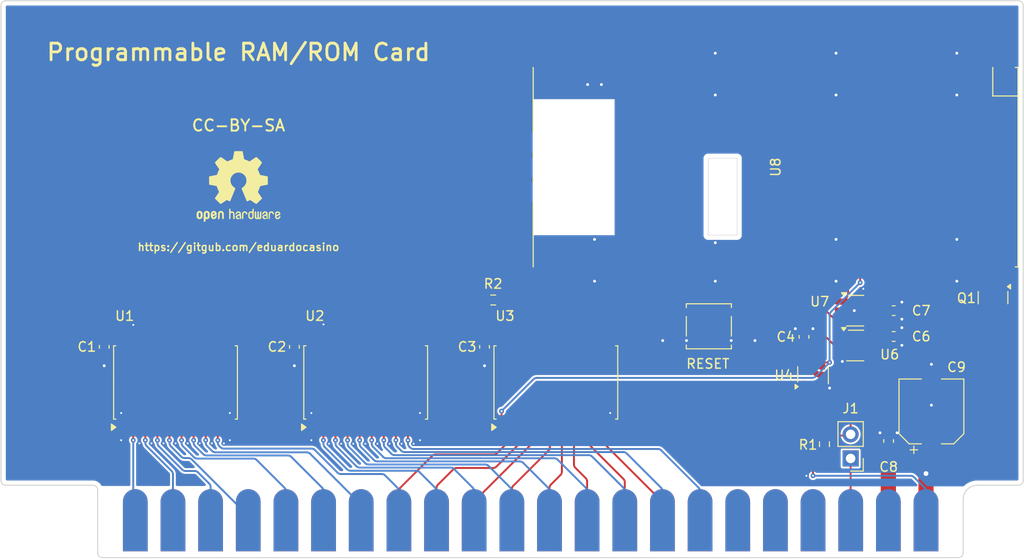
<source format=kicad_pcb>
(kicad_pcb (version 20221018) (generator pcbnew)
  (layers (0 "F.Cu" signal) (31 "B.Cu" signal) (34 "B.Paste" user) (35 "F.Paste" user) (36 "B.SilkS" user "B.Silkscreen") (37 "F.SilkS" user "F.Silkscreen") (38 "B.Mask" user) (39 "F.Mask" user) (44 "Edge.Cuts" user))
  (net 0 "")
  (net 1 "Net-(J1-Pin_2)")
  (net 2 "+5V")
  (net 3 "/A0")
  (net 4 "/A1")
  (net 5 "GND")
  (net 6 "/A2")
  (net 7 "/A3")
  (net 8 "/A4")
  (net 9 "/A5")
  (net 10 "/A6")
  (net 11 "/A7")
  (net 12 "/A8")
  (net 13 "/A9")
  (net 14 "/A10")
  (net 15 "/A11")
  (net 16 "/A12")
  (net 17 "/A13")
  (net 18 "/A14")
  (net 19 "/A15")
  (net 20 "/D0")
  (net 21 "/D1")
  (net 22 "/D2")
  (net 23 "/D3")
  (net 24 "/D4")
  (net 25 "/D5")
  (net 26 "/D6")
  (net 27 "/D7")
  (net 28 "/~{CE}")
  (net 31 "Net-(Q1-G)")
  (net 32 "Net-(Q1-S)")
  (net 33 "Net-(U8-RUN)")
  (net 35 "+3.3V")
  (net 36 "/AB0")
  (net 37 "/AB1")
  (net 38 "/AB2")
  (net 39 "/AB3")
  (net 40 "/AB4")
  (net 41 "/AB5")
  (net 42 "/AB6")
  (net 43 "/AB7")
  (net 44 "/AB8")
  (net 45 "/AB9")
  (net 46 "/AB10")
  (net 47 "/AB11")
  (net 48 "/AB12")
  (net 49 "/AB13")
  (net 50 "/AB14")
  (net 51 "/AB15")
  (net 53 "/DB0")
  (net 54 "/DB1")
  (net 55 "/DB2")
  (net 56 "/DB3")
  (net 57 "/DB4")
  (net 58 "/DB5")
  (net 59 "/DB6")
  (net 60 "/DB7")
  (net 61 "/~{DECEN}")
  (net 75 "/RAMR~{W}")
  (net 76 "Net-(U6-Pad1)")
  (net 78 "/RAM~{R}W")
  (footprint "Resistor_SMD:R_0603_1608Metric_Pad0.98x0.95mm_HandSolder" (layer "F.Cu") (at 103.0625 136.7 180)
    (fp_text reference "R2")
    (fp_text value "3K3")
  )
  (footprint "Capacitor_SMD:C_0603_1608Metric_Pad1.08x0.95mm_HandSolder" (layer "F.Cu") (at 102.15 141.63 90)
    (fp_text reference "C3")
    (fp_text value "100nF")
  )
  (footprint "Package_SO:SOIC-20W_7.5x12.8mm_P1.27mm" (layer "F.Cu") (at 109.65 145.38 90)
    (fp_text reference "U3")
    (fp_text value "74LVC245")
  )
  (footprint "Connector_PinHeader_2.54mm:PinHeader_1x02_P2.54mm_Vertical" (layer "F.Cu") (at 140.65 153.38 180)
    (fp_text reference "J1")
    (fp_text value "Conn_02x01")
  )
  (footprint "Package_SO:SOIC-20W_7.5x12.8mm_P1.27mm" (layer "F.Cu") (at 89.65 145.38 90)
    (fp_text reference "U2")
    (fp_text value "74LVC541")
  )
  (footprint "Package_TO_SOT_SMD:SOT-23-6_Handsoldering" (layer "F.Cu") (at 141.13 137.82)
    (fp_text reference "U7")
    (fp_text value "74LVC1G27")
  )
  (footprint "Capacitor_SMD:CP_Elec_6.3x5.9" (layer "F.Cu") (at 149.15 148.43 90)
    (fp_text reference "C9")
    (fp_text value "100uF")
  )
  (footprint "Capacitor_SMD:C_0603_1608Metric_Pad1.08x0.95mm_HandSolder" (layer "F.Cu") (at 145.18 140.54 180)
    (fp_text reference "C6")
    (fp_text value "100nF")
  )
  (footprint "Capacitor_SMD:C_0603_1608Metric_Pad1.08x0.95mm_HandSolder" (layer "F.Cu") (at 144.65 151.5425 90)
    (fp_text reference "C8")
    (fp_text value "100nF")
  )
  (footprint "Button-Switch:SW_SPST_TL3305A" (layer "F.Cu") (at 125.74 139.47)
    (fp_text reference "SW1" hide)
    (fp_text value "RESET")
  )
  (footprint "Capacitor_SMD:C_0603_1608Metric_Pad1.08x0.95mm_HandSolder" (layer "F.Cu") (at 82.15 141.63 90)
    (fp_text reference "C2")
    (fp_text value "100nF")
  )
  (footprint "PicoW:RPi_PicoW_SMD" (layer "F.Cu") (at 132.7675 122.7175 -90)
    (fp_text reference "U8")
    (fp_text value "PicoW")
  )
  (footprint "Symbol:OSHW-Logo2_9.8x8mm_SilkScreen" (layer "F.Cu") (at 76.27 124.75)
    (fp_text reference "REF**" hide)
    (fp_text value "OSHW-Logo2_9.8x8mm_SilkScreen" hide)
  )
  (footprint "Capacitor_SMD:C_0603_1608Metric_Pad1.08x0.95mm_HandSolder" (layer "F.Cu") (at 135.75 140.5825 -90)
    (fp_text reference "C4")
    (fp_text value "100nF")
  )
  (footprint "Capacitor_SMD:C_0603_1608Metric_Pad1.08x0.95mm_HandSolder" (layer "F.Cu") (at 62.15 141.63 90)
    (fp_text reference "C1")
    (fp_text value "100nF")
  )
  (footprint "Package_TO_SOT_SMD:SOT-23" (layer "F.Cu") (at 155.63 136.4525 -90)
    (fp_text reference "Q1")
    (fp_text value "DMG2305UX")
  )
  (footprint "Package_TO_SOT_SMD:SOT-23-5_HandSoldering" (layer "F.Cu") (at 136.7 144.62 90)
    (fp_text reference "U4")
    (fp_text value "74LVC1G04")
  )
  (footprint "MTU_Library:EDGE_CONN" (layer "F.Cu") (at 107 160 90)
    (fp_text reference "J3" hide)
    (fp_text value "EDGE_CONN")
  )
  (footprint "Package_TO_SOT_SMD:SOT-23-5_HandSoldering" (layer "F.Cu") (at 141.13 141.49)
    (fp_text reference "U6")
    (fp_text value "74LVC1G38")
  )
  (footprint "Capacitor_SMD:C_0603_1608Metric_Pad1.08x0.95mm_HandSolder" (layer "F.Cu") (at 145.18 137.82 180)
    (fp_text reference "C7")
    (fp_text value "100nF")
  )
  (footprint "Package_SO:SOIC-20W_7.5x12.8mm_P1.27mm" (layer "F.Cu") (at 69.65 145.38 90)
    (fp_text reference "U1")
    (fp_text value "74LVC541")
  )
  (footprint "Resistor_SMD:R_0603_1608Metric_Pad0.98x0.95mm_HandSolder" (layer "F.Cu") (at 137.9 151.88 -90)
    (fp_text reference "R1")
    (fp_text value "3K3")
  )
  (gr_arc (start 51.8 156.2) (mid 51.446447 156.053553) (end 51.3 155.7) (stroke (width 0.1)) (layer "Edge.Cuts"))
  (gr_line (start 158.3 105.2) (end 51.8 105.2) (stroke (width 0.1)) (layer "Edge.Cuts"))
  (gr_arc (start 158.8 155.7) (mid 158.653553 156.053553) (end 158.3 156.2) (stroke (width 0.1)) (layer "Edge.Cuts"))
  (gr_rect (start 125.68 121.79) (end 128.7 129.87) (stroke (width 0.05)) (fill none) (layer "Edge.Cuts"))
  (gr_line (start 152.49 163.32) (end 152.49 157.7) (stroke (width 0.1)) (layer "Edge.Cuts"))
  (gr_arc (start 60.96 156.2) (mid 61.313553 156.346447) (end 61.46 156.7) (stroke (width 0.1)) (layer "Edge.Cuts"))
  (gr_line (start 51.8 156.2) (end 60.96 156.2) (stroke (width 0.1)) (layer "Edge.Cuts"))
  (gr_line (start 51.3 105.7) (end 51.3 155.7) (stroke (width 0.1)) (layer "Edge.Cuts"))
  (gr_line (start 153.99 156.2) (end 158.3 156.2) (stroke (width 0.1)) (layer "Edge.Cuts"))
  (gr_arc (start 51.3 105.7) (mid 51.446447 105.346447) (end 51.8 105.2) (stroke (width 0.1)) (layer "Edge.Cuts"))
  (gr_arc (start 61.96 163.82) (mid 61.606447 163.673553) (end 61.46 163.32) (stroke (width 0.1)) (layer "Edge.Cuts"))
  (gr_line (start 61.96 163.82) (end 151.99 163.82) (stroke (width 0.1)) (layer "Edge.Cuts"))
  (gr_arc (start 158.3 105.2) (mid 158.653553 105.346447) (end 158.8 105.7) (stroke (width 0.1)) (layer "Edge.Cuts"))
  (gr_line (start 158.8 155.7) (end 158.8 105.7) (stroke (width 0.1)) (layer "Edge.Cuts"))
  (gr_arc (start 152.49 157.7) (mid 152.92934 156.63934) (end 153.99 156.2) (stroke (width 0.1)) (layer "Edge.Cuts"))
  (gr_line (start 61.46 156.7) (end 61.46 163.32) (stroke (width 0.1)) (layer "Edge.Cuts"))
  (gr_arc (start 152.49 163.32) (mid 152.343553 163.673553) (end 151.99 163.82) (stroke (width 0.1)) (layer "Edge.Cuts"))
  (gr_text "https://gitgub.com/eduardocasino" (at 76.27 131.6) (layer "F.SilkS") (effects (font (size 0.8 0.8) (thickness 0.15) bold) (justify bottom)))
  (gr_text "CC-BY-SA" (at 76.27 119.03) (layer "F.SilkS") (effects (font (size 1.2 1.2) (thickness 0.2) bold) (justify bottom)))
  (gr_text "Programmable RAM/ROM Card" (at 76.27 111.64) (layer "F.SilkS") (effects (font (size 1.75 1.75) (thickness 0.3) bold) (justify bottom)))
  (segment (start 142.48 145.062893) (end 142.48 142.44) (width 0.2) (layer "F.Cu") (net 1))
  (segment (start 140.65 150.84) (end 140.65 147.307107) (width 0.2) (layer "F.Cu") (net 1))
  (segment (start 140.796447 146.953553) (end 142.333554 145.416446) (width 0.2) (layer "F.Cu") (net 1))
  (segment (start 140.639658 150.850342) (end 140.65 150.84) (width 0.2) (layer "F.Cu") (net 1))
  (segment (start 137.9 150.9675) (end 140.356815 150.9675) (width 0.2) (layer "F.Cu") (net 1))
  (arc (start 140.65 147.307107) (mid 140.68806 147.115765) (end 140.796447 146.953553) (width 0.2) (layer "F.Cu") (net 1))
  (arc (start 142.48 145.062893) (mid 142.44194 145.254234) (end 142.333554 145.416446) (width 0.2) (layer "F.Cu") (net 1))
  (arc (start 140.639658 150.850342) (mid 140.509889 150.937051) (end 140.356815 150.9675) (width 0.2) (layer "F.Cu") (net 1))
  (segment (start 151.496447 151.083553) (end 155.483554 147.096446) (width 0.95) (layer "F.Cu") (net 2))
  (segment (start 146.783553 151.376447) (end 144.766446 153.393554) (width 1.6) (layer "F.Cu") (net 2))
  (segment (start 144.621447 152.376447) (end 144.65 152.405) (width 0.2) (layer "F.Cu") (net 2))
  (segment (start 155.63 146.742893) (end 155.63 137.39) (width 0.95) (layer "F.Cu") (net 2))
  (segment (start 149.15 151.23) (end 151.142893 151.23) (width 0.95) (layer "F.Cu") (net 2))
  (segment (start 137.9 152.7925) (end 138.316054 152.376446) (width 0.2) (layer "F.Cu") (net 2))
  (segment (start 144.65 159.85) (end 144.62 159.88) (width 0.2) (layer "F.Cu") (net 2))
  (segment (start 149.15 151.23) (end 147.137107 151.23) (width 1.6) (layer "F.Cu") (net 2))
  (segment (start 138.669607 152.23) (end 144.267893 152.23) (width 0.2) (layer "F.Cu") (net 2))
  (segment (start 144.62 153.747107) (end 144.62 159.88) (width 1.6) (layer "F.Cu") (net 2))
  (arc (start 155.483554 147.096446) (mid 155.59194 146.934234) (end 155.63 146.742893) (width 0.95) (layer "F.Cu") (net 2))
  (arc (start 144.621447 152.376447) (mid 144.459235 152.26806) (end 144.267893 152.23) (width 0.2) (layer "F.Cu") (net 2))
  (arc (start 151.142893 151.23) (mid 151.334235 151.19194) (end 151.496447 151.083553) (width 0.95) (layer "F.Cu") (net 2))
  (arc (start 144.62 153.747107) (mid 144.65806 153.555766) (end 144.766446 153.393554) (width 1.6) (layer "F.Cu") (net 2))
  (arc (start 147.137107 151.23) (mid 146.945765 151.26806) (end 146.783553 151.376447) (width 1.6) (layer "F.Cu") (net 2))
  (arc (start 138.669607 152.23) (mid 138.478266 152.26806) (end 138.316054 152.376446) (width 0.2) (layer "F.Cu") (net 2))
  (segment (start 66.475 139.705387) (end 66.475 140.73) (width 0.2) (layer "F.Cu") (net 3))
  (segment (start 99.546833 106.426447) (end 66.621446 139.351834) (width 0.2) (layer "F.Cu") (net 3))
  (segment (start 156.8975 113.8275) (end 156.8975 112.474607) (width 0.2) (layer "F.Cu") (net 3))
  (segment (start 156.751053 112.121053) (end 151.056446 106.426446) (width 0.2) (layer "F.Cu") (net 3))
  (segment (start 150.702893 106.28) (end 99.900387 106.28) (width 0.2) (layer "F.Cu") (net 3))
  (arc (start 151.056446 106.426446) (mid 150.894234 106.31806) (end 150.702893 106.28) (width 0.2) (layer "F.Cu") (net 3))
  (arc (start 66.475 139.705387) (mid 66.51306 139.514046) (end 66.621446 139.351834) (width 0.2) (layer "F.Cu") (net 3))
  (arc (start 99.546833 106.426447) (mid 99.709045 106.31806) (end 99.900387 106.28) (width 0.2) (layer "F.Cu") (net 3))
  (arc (start 156.8975 112.474607) (mid 156.85944 112.283265) (end 156.751053 112.121053) (width 0.2) (layer "F.Cu") (net 3))
  (segment (start 148.489893 106.607) (end 100.035835 106.607) (width 0.2) (layer "F.Cu") (net 4))
  (segment (start 67.745 138.897835) (end 67.745 140.73) (width 0.2) (layer "F.Cu") (net 4))
  (segment (start 154.211053 112.121053) (end 148.843446 106.753446) (width 0.2) (layer "F.Cu") (net 4))
  (segment (start 99.682281 106.753447) (end 67.891446 138.544282) (width 0.2) (layer "F.Cu") (net 4))
  (segment (start 154.3575 113.8275) (end 154.3575 112.474607) (width 0.2) (layer "F.Cu") (net 4))
  (arc (start 148.489893 106.607) (mid 148.681234 106.64506) (end 148.843446 106.753446) (width 0.2) (layer "F.Cu") (net 4))
  (arc (start 154.211053 112.121053) (mid 154.31944 112.283265) (end 154.3575 112.474607) (width 0.2) (layer "F.Cu") (net 4))
  (arc (start 100.035835 106.607) (mid 99.844493 106.64506) (end 99.682281 106.753447) (width 0.2) (layer "F.Cu") (net 4))
  (arc (start 67.891446 138.544282) (mid 67.78306 138.706494) (end 67.745 138.897835) (width 0.2) (layer "F.Cu") (net 4))
  (segment (start 95.365 148.6) (end 95.365 150.03) (width 0.2) (layer "F.Cu") (net 5))
  (segment (start 139.12 110.72) (end 139.12 113.825) (width 0.6) (layer "F.Cu") (net 5))
  (segment (start 120.89 140.97) (end 122.14 140.97) (width 0.2) (layer "F.Cu") (net 5))
  (segment (start 102.15 143.62) (end 102.15 142.4925) (width 0.6) (layer "F.Cu") (net 5))
  (segment (start 75.365 148.6) (end 75.365 150.03) (width 0.2) (layer "F.Cu") (net 5))
  (segment (start 113.72 131.605) (end 113.7175 131.6075) (width 0.6) (layer "F.Cu") (net 5))
  (segment (start 149.15 143.47) (end 149.15 145.63) (width 0.6) (layer "F.Cu") (net 5))
  (segment (start 126.42 110.72) (end 126.42 113.825) (width 0.6) (layer "F.Cu") (net 5))
  (segment (start 126.42 113.825) (end 126.4175 113.8275) (width 0.6) (layer "F.Cu") (net 5))
  (segment (start 113.72 131.61) (end 113.7175 131.6075) (width 0.6) (layer "F.Cu") (net 5))
  (segment (start 63.935 150.03) (end 63.935 148.6) (width 0.2) (layer "F.Cu") (net 5))
  (segment (start 128.09 140.97) (end 129.34 140.97) (width 0.2) (layer "F.Cu") (net 5))
  (segment (start 146.0425 136.9225) (end 146.04 136.92) (width 0.6) (layer "F.Cu") (net 5))
  (segment (start 151.82 110.72) (end 151.82 113.825) (width 0.6) (layer "F.Cu") (net 5))
  (segment (start 149.15 147.77) (end 149.15 145.63) (width 0.6) (layer "F.Cu") (net 5))
  (segment (start 63.935 151.46) (end 63.935 150.03) (width 0.2) (layer "F.Cu") (net 5))
  (segment (start 85.205 139.275) (end 85.21 139.27) (width 0.2) (layer "F.Cu") (net 5))
  (segment (start 145.54 150.68) (end 144.65 150.68) (width 0.6) (layer "F.Cu") (net 5))
  (segment (start 115.365 148.6) (end 115.365 150.03) (width 0.2) (layer "F.Cu") (net 5))
  (segment (start 139.12 131.61) (end 139.1175 131.6075) (width 0.6) (layer "F.Cu") (net 5))
  (segment (start 139.12 113.825) (end 139.1175 113.8275) (width 0.6) (layer "F.Cu") (net 5))
  (segment (start 113.72 134.72) (end 113.72 131.61) (width 0.6) (layer "F.Cu") (net 5))
  (segment (start 146.04 141.47) (end 146.04 140.5425) (width 0.6) (layer "F.Cu") (net 5))
  (segment (start 65.21 139.32) (end 65.21 140.725) (width 0.2) (layer "F.Cu") (net 5))
  (segment (start 123.39 140.97) (end 122.14 140.97) (width 0.2) (layer "F.Cu") (net 5))
  (segment (start 126.42 130.67) (end 126.42 131.605) (width 0.6) (layer "F.Cu") (net 5))
  (segment (start 139.12 131.605) (end 139.1175 131.6075) (width 0.6) (layer "F.Cu") (net 5))
  (segment (start 126.42 134.72) (end 126.42 131.61) (width 0.6) (layer "F.Cu") (net 5))
  (segment (start 151.82 131.61) (end 151.8175 131.6075) (width 0.6) (layer "F.Cu") (net 5))
  (segment (start 151.82 131.605) (end 151.8175 131.6075) (width 0.6) (layer "F.Cu") (net 5))
  (segment (start 65.21 140.725) (end 65.205 140.73) (width 0.2) (layer "F.Cu") (net 5))
  (segment (start 151.82 115.12) (end 151.82 113.83) (width 0.6) (layer "F.Cu") (net 5))
  (segment (start 151.82 134.72) (end 151.82 131.61) (width 0.6) (layer "F.Cu") (net 5))
  (segment (start 146.0425 137.82) (end 146.0425 136.9225) (width 0.6) (layer "F.Cu") (net 5))
  (segment (start 151.82 130.32) (end 151.82 131.605) (width 0.6) (layer "F.Cu") (net 5))
  (segment (start 146.04 137.8225) (end 146.0425 137.82) (width 0.6) (layer "F.Cu") (net 5))
  (segment (start 146.04 138.72) (end 146.04 137.8225) (width 0.6) (layer "F.Cu") (net 5))
  (segment (start 136.69 139.72) (end 135.75 139.72) (width 0.6) (layer "F.Cu") (net 5))
  (segment (start 83.935 150.03) (end 83.935 148.6) (width 0.2) (layer "F.Cu") (net 5))
  (segment (start 126.42 113.83) (end 126.4175 113.8275) (width 0.6) (layer "F.Cu") (net 5))
  (segment (start 62.15 143.62) (end 62.15 142.4925) (width 0.6) (layer "F.Cu") (net 5))
  (segment (start 146.04 140.5425) (end 146.0425 140.54) (width 0.6) (layer "F.Cu") (net 5))
  (segment (start 126.42 131.61) (end 126.4175 131.6075) (width 0.6) (layer "F.Cu") (net 5))
  (segment (start 82.15 143.62) (end 82.15 142.4925) (width 0.6) (layer "F.Cu") (net 5))
  (segment (start 151.82 113.83) (end 151.8175 113.8275) (width 0.6) (layer "F.Cu") (net 5))
  (segment (start 134.84 139.72) (end 135.75 139.72) (width 0.6) (layer "F.Cu") (net 5))
  (segment (start 85.205 140.73) (end 85.205 139.275) (width 0.2) (layer "F.Cu") (net 5))
  (segment (start 113.72 130.32) (end 113.72 131.605) (width 0.6) (layer "F.Cu") (net 5))
  (segment (start 146.04 140.5375) (end 146.0425 140.54) (width 0.6) (layer "F.Cu") (net 5))
  (segment (start 143.74 150.68) (end 144.65 150.68) (width 0.6) (layer "F.Cu") (net 5))
  (segment (start 139.12 130.32) (end 139.12 131.605) (width 0.6) (layer "F.Cu") (net 5))
  (segment (start 139.12 134.72) (end 139.12 131.61) (width 0.6) (layer "F.Cu") (net 5))
  (segment (start 83.935 151.46) (end 83.935 150.03) (width 0.2) (layer "F.Cu") (net 5))
  (segment (start 139.12 113.83) (end 139.1175 113.8275) (width 0.6) (layer "F.Cu") (net 5))
  (segment (start 141.04 137.82) (end 139.78 137.82) (width 0.6) (layer "F.Cu") (net 5))
  (segment (start 75.365 151.46) (end 75.365 150.03) (width 0.2) (layer "F.Cu") (net 5))
  (segment (start 146.04 139.62) (end 146.04 140.5375) (width 0.6) (layer "F.Cu") (net 5))
  (segment (start 139.12 115.12) (end 139.12 113.83) (width 0.6) (layer "F.Cu") (net 5))
  (segment (start 151.82 113.825) (end 151.8175 113.8275) (width 0.6) (layer "F.Cu") (net 5))
  (segment (start 130.59 140.97) (end 129.34 140.97) (width 0.2) (layer "F.Cu") (net 5))
  (segment (start 95.365 151.46) (end 95.365 150.03) (width 0.2) (layer "F.Cu") (net 5))
  (segment (start 138.44 145.97) (end 137.65 145.97) (width 0.6) (layer "F.Cu") (net 5))
  (segment (start 126.42 131.605) (end 126.4175 131.6075) (width 0.6) (layer "F.Cu") (net 5))
  (segment (start 139.78 143.17) (end 139.78 142.44) (width 0.6) (layer "F.Cu") (net 5))
  (segment (start 148.58 159.88) (end 148.58 154.97) (width 1.6) (layer "F.Cu") (net 5))
  (segment (start 126.42 115.12) (end 126.42 113.83) (width 0.6) (layer "F.Cu") (net 5))
  (via (at 138.44 145.97) (size 0.6) (drill 0.3) (layers "F.Cu" "B.Cu") (net 5))
  (via (at 151.82 130.32) (size 0.6) (drill 0.3) (layers "F.Cu" "B.Cu") (net 5))
  (via (at 83.935 151.46) (size 0.5) (drill 0.2) (layers "F.Cu" "B.Cu") (net 5))
  (via (at 139.78 143.17) (size 0.6) (drill 0.3) (layers "F.Cu" "B.Cu") (net 5))
  (via (at 151.82 110.72) (size 0.6) (drill 0.3) (layers "F.Cu" "B.Cu") (net 5))
  (via (at 112.99 114.02) (size 0.6) (drill 0.3) (layers "F.Cu" "B.Cu") (net 5))
  (via (at 85.21 139.27) (size 0.5) (drill 0.2) (layers "F.Cu" "B.Cu") (net 5))
  (via (at 74.74 151.79) (size 0.5) (drill 0.2) (layers "F.Cu" "B.Cu") (net 5))
  (via (at 139.12 110.72) (size 0.6) (drill 0.3) (layers "F.Cu" "B.Cu") (net 5))
  (via (at 115.365 148.6) (size 0.5) (drill 0.2) (layers "F.Cu" "B.Cu") (net 5))
  (via (at 68.39 151.79) (size 0.5) (drill 0.2) (layers "F.Cu" "B.Cu") (net 5))
  (via (at 85.808909 151.831091) (size 0.5) (drill 0.2) (layers "F.Cu" "B.Cu") (net 5))
  (via (at 141.04 137.82) (size 0.6) (drill 0.3) (layers "F.Cu" "B.Cu") (net 5))
  (via (at 65.21 139.32) (size 0.5) (drill 0.2) (layers "F.Cu" "B.Cu") (net 5))
  (via (at 148.58 154.97) (size 1.6) (drill 0.5) (layers "F.Cu" "B.Cu") (net 5))
  (via (at 92.158909 151.831091) (size 0.5) (drill 0.2) (layers "F.Cu" "B.Cu") (net 5))
  (via (at 87.078909 151.831091) (size 0.5) (drill 0.2) (layers "F.Cu" "B.Cu") (net 5))
  (via (at 139.12 115.12) (size 0.6) (drill 0.3) (layers "F.Cu" "B.Cu") (net 5))
  (via (at 149.15 143.47) (size 0.6) (drill 0.3) (layers "F.Cu" "B.Cu") (net 5))
  (via (at 82.15 143.62) (size 0.6) (drill 0.3) (layers "F.Cu" "B.Cu") (net 5))
  (via (at 120.89 140.97) (size 0.6) (drill 0.3) (layers "F.Cu" "B.Cu") (net 5))
  (via (at 69.66 151.79) (size 0.5) (drill 0.2) (layers "F.Cu" "B.Cu") (net 5))
  (via (at 145.54 150.68) (size 0.6) (drill 0.3) (layers "F.Cu" "B.Cu") (net 5))
  (via (at 83.935 148.6) (size 0.5) (drill 0.2) (layers "F.Cu" "B.Cu") (net 5))
  (via (at 94.698909 151.831091) (size 0.5) (drill 0.2) (layers "F.Cu" "B.Cu") (net 5))
  (via (at 146.04 139.62) (size 0.6) (drill 0.3) (layers "F.Cu" "B.Cu") (net 5))
  (via (at 62.15 143.62) (size 0.6) (drill 0.3) (layers "F.Cu" "B.Cu") (net 5))
  (via (at 102.15 143.62) (size 0.6) (drill 0.3) (layers "F.Cu" "B.Cu") (net 5))
  (via (at 73.47 151.79) (size 0.5) (drill 0.2) (layers "F.Cu" "B.Cu") (net 5))
  (via (at 72.2 151.79) (size 0.5) (drill 0.2) (layers "F.Cu" "B.Cu") (net 5))
  (via (at 128.09 140.97) (size 0.6) (drill 0.3) (layers "F.Cu" "B.Cu") (net 5))
  (via (at 146.04 141.47) (size 0.6) (drill 0.3) (layers "F.Cu" "B.Cu") (net 5))
  (via (at 113.72 134.72) (size 0.6) (drill 0.3) (layers "F.Cu" "B.Cu") (net 5))
  (via (at 126.42 110.72) (size 0.6) (drill 0.3) (layers "F.Cu" "B.Cu") (net 5))
  (via (at 126.42 115.12) (size 0.6) (drill 0.3) (layers "F.Cu" "B.Cu") (net 5))
  (via (at 130.59 140.97) (size 0.6) (drill 0.3) (layers "F.Cu" "B.Cu") (net 5))
  (via (at 123.39 140.97) (size 0.6) (drill 0.3) (layers "F.Cu" "B.Cu") (net 5))
  (via (at 67.12 151.79) (size 0.5) (drill 0.2) (layers "F.Cu" "B.Cu") (net 5))
  (via (at 63.935 148.6) (size 0.5) (drill 0.2) (layers "F.Cu" "B.Cu") (net 5))
  (via (at 88.348909 151.831091) (size 0.5) (drill 0.2) (layers "F.Cu" "B.Cu") (net 5))
  (via (at 136 155.2) (size 0.5) (drill 0.2) (layers "F.Cu" "B.Cu") (net 5))
  (via (at 93.428909 151.831091) (size 0.5) (drill 0.2) (layers "F.Cu" "B.Cu") (net 5))
  (via (at 95.365 151.46) (size 0.5) (drill 0.2) (layers "F.Cu" "B.Cu") (net 5))
  (via (at 65.85 151.79) (size 0.5) (drill 0.2) (layers "F.Cu" "B.Cu") (net 5))
  (via (at 75.365 148.6) (size 0.5) (drill 0.2) (layers "F.Cu" "B.Cu") (net 5))
  (via (at 95.365 148.6) (size 0.5) (drill 0.2) (layers "F.Cu" "B.Cu") (net 5))
  (via (at 139.12 130.32) (size 0.6) (drill 0.3) (layers "F.Cu" "B.Cu") (net 5))
  (via (at 63.935 151.46) (size 0.5) (drill 0.2) (layers "F.Cu" "B.Cu") (net 5))
  (via (at 114.44 114.02) (size 0.6) (drill 0.3) (layers "F.Cu" "B.Cu") (net 5))
  (via (at 146.04 136.92) (size 0.6) (drill 0.3) (layers "F.Cu" "B.Cu") (net 5))
  (via (at 113.72 130.32) (size 0.6) (drill 0.3) (layers "F.Cu" "B.Cu") (net 5))
  (via (at 90.888909 151.831091) (size 0.5) (drill 0.2) (layers "F.Cu" "B.Cu") (net 5))
  (via (at 149.15 147.77) (size 0.6) (drill 0.3) (layers "F.Cu" "B.Cu") (net 5))
  (via (at 139.12 134.72) (size 0.6) (drill 0.3) (layers "F.Cu" "B.Cu") (net 5))
  (via (at 143.74 150.68) (size 0.6) (drill 0.3) (layers "F.Cu" "B.Cu") (net 5))
  (via (at 75.365 151.46) (size 0.5) (drill 0.2) (layers "F.Cu" "B.Cu") (net 5))
  (via (at 151.82 115.12) (size 0.6) (drill 0.3) (layers "F.Cu" "B.Cu") (net 5))
  (via (at 89.618909 151.831091) (size 0.5) (drill 0.2) (layers "F.Cu" "B.Cu") (net 5))
  (via (at 136.69 139.72) (size 0.6) (drill 0.3) (layers "F.Cu" "B.Cu") (net 5))
  (via (at 146.04 138.72) (size 0.6) (drill 0.3) (layers "F.Cu" "B.Cu") (net 5))
  (via (at 126.42 130.67) (size 0.6) (drill 0.3) (layers "F.Cu" "B.Cu") (net 5))
  (via (at 141.99 135.52) (size 0.5) (drill 0.2) (layers "F.Cu" "B.Cu") (net 5))
  (via (at 70.93 151.79) (size 0.5) (drill 0.2) (layers "F.Cu" "B.Cu") (net 5))
  (via (at 134.84 139.72) (size 0.6) (drill 0.3) (layers "F.Cu" "B.Cu") (net 5))
  (via (at 151.82 134.72) (size 0.6) (drill 0.3) (layers "F.Cu" "B.Cu") (net 5))
  (via (at 126.42 134.72) (size 0.6) (drill 0.3) (layers "F.Cu" "B.Cu") (net 5))
  (segment (start 99.817729 107.080447) (end 69.161446 137.73673) (width 0.2) (layer "F.Cu") (net 6))
  (segment (start 69.015 138.090283) (end 69.015 140.73) (width 0.2) (layer "F.Cu") (net 6))
  (segment (start 149.131053 112.121053) (end 144.090446 107.080446) (width 0.2) (layer "F.Cu") (net 6))
  (segment (start 149.2775 113.8275) (end 149.2775 112.474607) (width 0.2) (layer "F.Cu") (net 6))
  (segment (start 143.736893 106.934) (end 100.171283 106.934) (width 0.2) (layer "F.Cu") (net 6))
  (arc (start 149.2775 112.474607) (mid 149.23944 112.283265) (end 149.131053 112.121053) (width 0.2) (layer "F.Cu") (net 6))
  (arc (start 69.015 138.090283) (mid 69.05306 137.898942) (end 69.161446 137.73673) (width 0.2) (layer "F.Cu") (net 6))
  (arc (start 144.090446 107.080446) (mid 143.928234 106.97206) (end 143.736893 106.934) (width 0.2) (layer "F.Cu") (net 6))
  (arc (start 100.171283 106.934) (mid 99.979941 106.97206) (end 99.817729 107.080447) (width 0.2) (layer "F.Cu") (net 6))
  (segment (start 70.285 137.282731) (end 70.285 140.73) (width 0.2) (layer "F.Cu") (net 7))
  (segment (start 146.7375 113.8275) (end 146.7375 112.474607) (width 0.2) (layer "F.Cu") (net 7))
  (segment (start 141.543393 107.2805) (end 100.287231 107.2805) (width 0.2) (layer "F.Cu") (net 7))
  (segment (start 99.933677 107.426947) (end 70.431446 136.929178) (width 0.2) (layer "F.Cu") (net 7))
  (segment (start 146.591053 112.121053) (end 141.896946 107.426946) (width 0.2) (layer "F.Cu") (net 7))
  (arc (start 146.591053 112.121053) (mid 146.69944 112.283265) (end 146.7375 112.474607) (width 0.2) (layer "F.Cu") (net 7))
  (arc (start 100.287231 107.2805) (mid 100.095889 107.31856) (end 99.933677 107.426947) (width 0.2) (layer "F.Cu") (net 7))
  (arc (start 141.896946 107.426946) (mid 141.734734 107.31856) (end 141.543393 107.2805) (width 0.2) (layer "F.Cu") (net 7))
  (arc (start 70.431446 136.929178) (mid 70.32306 137.09139) (end 70.285 137.282731) (width 0.2) (layer "F.Cu") (net 7))
  (segment (start 144.051053 112.121053) (end 139.683946 107.753946) (width 0.2) (layer "F.Cu") (net 8))
  (segment (start 144.1975 113.8275) (end 144.1975 112.474607) (width 0.2) (layer "F.Cu") (net 8))
  (segment (start 71.555 136.475179) (end 71.555 140.73) (width 0.2) (layer "F.Cu") (net 8))
  (segment (start 139.330393 107.6075) (end 100.422679 107.6075) (width 0.2) (layer "F.Cu") (net 8))
  (segment (start 100.069125 107.753947) (end 71.701446 136.121626) (width 0.2) (layer "F.Cu") (net 8))
  (arc (start 144.051053 112.121053) (mid 144.15944 112.283265) (end 144.1975 112.474607) (width 0.2) (layer "F.Cu") (net 8))
  (arc (start 71.701446 136.121626) (mid 71.59306 136.283838) (end 71.555 136.475179) (width 0.2) (layer "F.Cu") (net 8))
  (arc (start 139.683946 107.753946) (mid 139.521734 107.64556) (end 139.330393 107.6075) (width 0.2) (layer "F.Cu") (net 8))
  (arc (start 100.069125 107.753947) (mid 100.231337 107.64556) (end 100.422679 107.6075) (width 0.2) (layer "F.Cu") (net 8))
  (segment (start 141.511053 112.121053) (end 137.470946 108.080946) (width 0.2) (layer "F.Cu") (net 9))
  (segment (start 141.6575 113.8275) (end 141.6575 112.474607) (width 0.2) (layer "F.Cu") (net 9))
  (segment (start 100.204573 108.080947) (end 72.971446 135.314074) (width 0.2) (layer "F.Cu") (net 9))
  (segment (start 137.117393 107.9345) (end 100.558127 107.9345) (width 0.2) (layer "F.Cu") (net 9))
  (segment (start 72.825 135.667627) (end 72.825 140.73) (width 0.2) (layer "F.Cu") (net 9))
  (arc (start 141.6575 112.474607) (mid 141.61944 112.283265) (end 141.511053 112.121053) (width 0.2) (layer "F.Cu") (net 9))
  (arc (start 72.971446 135.314074) (mid 72.86306 135.476286) (end 72.825 135.667627) (width 0.2) (layer "F.Cu") (net 9))
  (arc (start 137.470946 108.080946) (mid 137.308734 107.97256) (end 137.117393 107.9345) (width 0.2) (layer "F.Cu") (net 9))
  (arc (start 100.204573 108.080947) (mid 100.366785 107.97256) (end 100.558127 107.9345) (width 0.2) (layer "F.Cu") (net 9))
  (segment (start 136.431053 112.121053) (end 132.717946 108.407946) (width 0.2) (layer "F.Cu") (net 10))
  (segment (start 100.340021 108.407947) (end 74.241446 134.506522) (width 0.2) (layer "F.Cu") (net 10))
  (segment (start 136.5775 113.8275) (end 136.5775 112.474607) (width 0.2) (layer "F.Cu") (net 10))
  (segment (start 132.364393 108.2615) (end 100.693575 108.2615) (width 0.2) (layer "F.Cu") (net 10))
  (segment (start 74.095 134.860075) (end 74.095 140.73) (width 0.2) (layer "F.Cu") (net 10))
  (arc (start 136.431053 112.121053) (mid 136.53944 112.283265) (end 136.5775 112.474607) (width 0.2) (layer "F.Cu") (net 10))
  (arc (start 100.693575 108.2615) (mid 100.502233 108.29956) (end 100.340021 108.407947) (width 0.2) (layer "F.Cu") (net 10))
  (arc (start 132.364393 108.2615) (mid 132.555734 108.29956) (end 132.717946 108.407946) (width 0.2) (layer "F.Cu") (net 10))
  (arc (start 74.095 134.860075) (mid 74.13306 134.668734) (end 74.241446 134.506522) (width 0.2) (layer "F.Cu") (net 10))
  (segment (start 134.0375 113.8275) (end 134.0375 112.474607) (width 0.2) (layer "F.Cu") (net 11))
  (segment (start 130.151393 108.5885) (end 100.829023 108.5885) (width 0.2) (layer "F.Cu") (net 11))
  (segment (start 133.891053 112.121053) (end 130.504946 108.734946) (width 0.2) (layer "F.Cu") (net 11))
  (segment (start 75.365 134.052523) (end 75.365 140.73) (width 0.2) (layer "F.Cu") (net 11))
  (segment (start 100.475469 108.734947) (end 75.511446 133.69897) (width 0.2) (layer "F.Cu") (net 11))
  (arc (start 134.0375 112.474607) (mid 133.99944 112.283265) (end 133.891053 112.121053) (width 0.2) (layer "F.Cu") (net 11))
  (arc (start 130.151393 108.5885) (mid 130.342734 108.62656) (end 130.504946 108.734946) (width 0.2) (layer "F.Cu") (net 11))
  (arc (start 100.829023 108.5885) (mid 100.637681 108.62656) (end 100.475469 108.734947) (width 0.2) (layer "F.Cu") (net 11))
  (arc (start 75.365 134.052523) (mid 75.40306 133.861182) (end 75.511446 133.69897) (width 0.2) (layer "F.Cu") (net 11))
  (segment (start 131.351053 112.121053) (end 128.291946 109.061946) (width 0.2) (layer "F.Cu") (net 12))
  (segment (start 131.4975 113.8275) (end 131.4975 112.474607) (width 0.2) (layer "F.Cu") (net 12))
  (segment (start 127.938393 108.9155) (end 100.964471 108.9155) (width 0.2) (layer "F.Cu") (net 12))
  (segment (start 86.475 123.404971) (end 86.475 140.73) (width 0.2) (layer "F.Cu") (net 12))
  (segment (start 100.610917 109.061947) (end 86.621446 123.051418) (width 0.2) (layer "F.Cu") (net 12))
  (arc (start 131.351053 112.121053) (mid 131.45944 112.283265) (end 131.4975 112.474607) (width 0.2) (layer "F.Cu") (net 12))
  (arc (start 100.964471 108.9155) (mid 100.773129 108.95356) (end 100.610917 109.061947) (width 0.2) (layer "F.Cu") (net 12))
  (arc (start 127.938393 108.9155) (mid 128.129734 108.95356) (end 128.291946 109.061946) (width 0.2) (layer "F.Cu") (net 12))
  (arc (start 86.475 123.404971) (mid 86.51306 123.21363) (end 86.621446 123.051418) (width 0.2) (layer "F.Cu") (net 12))
  (segment (start 128.9575 113.8275) (end 128.9575 112.474607) (width 0.2) (layer "F.Cu") (net 13))
  (segment (start 125.725393 109.2425) (end 101.099919 109.2425) (width 0.2) (layer "F.Cu") (net 13))
  (segment (start 128.811053 112.121053) (end 126.078946 109.388946) (width 0.2) (layer "F.Cu") (net 13))
  (segment (start 87.745 122.597419) (end 87.745 140.73) (width 0.2) (layer "F.Cu") (net 13))
  (segment (start 100.746365 109.388947) (end 87.891446 122.243866) (width 0.2) (layer "F.Cu") (net 13))
  (arc (start 125.725393 109.2425) (mid 125.916734 109.28056) (end 126.078946 109.388946) (width 0.2) (layer "F.Cu") (net 13))
  (arc (start 87.745 122.597419) (mid 87.78306 122.406078) (end 87.891446 122.243866) (width 0.2) (layer "F.Cu") (net 13))
  (arc (start 128.9575 112.474607) (mid 128.91944 112.283265) (end 128.811053 112.121053) (width 0.2) (layer "F.Cu") (net 13))
  (arc (start 101.099919 109.2425) (mid 100.908577 109.28056) (end 100.746365 109.388947) (width 0.2) (layer "F.Cu") (net 13))
  (segment (start 100.881813 109.715947) (end 89.161446 121.436314) (width 0.2) (layer "F.Cu") (net 14))
  (segment (start 89.015 121.789867) (end 89.015 140.73) (width 0.2) (layer "F.Cu") (net 14))
  (segment (start 123.8775 113.8275) (end 123.8775 112.474607) (width 0.2) (layer "F.Cu") (net 14))
  (segment (start 120.972393 109.5695) (end 101.235367 109.5695) (width 0.2) (layer "F.Cu") (net 14))
  (segment (start 123.731053 112.121053) (end 121.325946 109.715946) (width 0.2) (layer "F.Cu") (net 14))
  (arc (start 120.972393 109.5695) (mid 121.163734 109.60756) (end 121.325946 109.715946) (width 0.2) (layer "F.Cu") (net 14))
  (arc (start 89.015 121.789867) (mid 89.05306 121.598526) (end 89.161446 121.436314) (width 0.2) (layer "F.Cu") (net 14))
  (arc (start 101.235367 109.5695) (mid 101.044025 109.60756) (end 100.881813 109.715947) (width 0.2) (layer "F.Cu") (net 14))
  (arc (start 123.8775 112.474607) (mid 123.83944 112.283265) (end 123.731053 112.121053) (width 0.2) (layer "F.Cu") (net 14))
  (segment (start 101.017261 110.042947) (end 90.431446 120.628762) (width 0.2) (layer "F.Cu") (net 15))
  (segment (start 118.759393 109.8965) (end 101.370815 109.8965) (width 0.2) (layer "F.Cu") (net 15))
  (segment (start 121.3375 113.8275) (end 121.3375 112.474607) (width 0.2) (layer "F.Cu") (net 15))
  (segment (start 90.285 120.982315) (end 90.285 140.73) (width 0.2) (layer "F.Cu") (net 15))
  (segment (start 121.191053 112.121053) (end 119.112946 110.042946) (width 0.2) (layer "F.Cu") (net 15))
  (arc (start 90.431446 120.628762) (mid 90.32306 120.790974) (end 90.285 120.982315) (width 0.2) (layer "F.Cu") (net 15))
  (arc (start 118.759393 109.8965) (mid 118.950734 109.93456) (end 119.112946 110.042946) (width 0.2) (layer "F.Cu") (net 15))
  (arc (start 101.370815 109.8965) (mid 101.179473 109.93456) (end 101.017261 110.042947) (width 0.2) (layer "F.Cu") (net 15))
  (arc (start 121.3375 112.474607) (mid 121.29944 112.283265) (end 121.191053 112.121053) (width 0.2) (layer "F.Cu") (net 15))
  (segment (start 101.152709 110.369947) (end 91.701446 119.82121) (width 0.2) (layer "F.Cu") (net 16))
  (segment (start 116.546393 110.2235) (end 101.506263 110.2235) (width 0.2) (layer "F.Cu") (net 16))
  (segment (start 118.651053 112.121053) (end 116.899946 110.369946) (width 0.2) (layer "F.Cu") (net 16))
  (segment (start 118.7975 113.8275) (end 118.7975 112.474607) (width 0.2) (layer "F.Cu") (net 16))
  (segment (start 91.555 120.174763) (end 91.555 140.73) (width 0.2) (layer "F.Cu") (net 16))
  (arc (start 101.506263 110.2235) (mid 101.314921 110.26156) (end 101.152709 110.369947) (width 0.2) (layer "F.Cu") (net 16))
  (arc (start 118.651053 112.121053) (mid 118.75944 112.283265) (end 118.7975 112.474607) (width 0.2) (layer "F.Cu") (net 16))
  (arc (start 116.899946 110.369946) (mid 116.737734 110.26156) (end 116.546393 110.2235) (width 0.2) (layer "F.Cu") (net 16))
  (arc (start 91.555 120.174763) (mid 91.59306 119.983422) (end 91.701446 119.82121) (width 0.2) (layer "F.Cu") (net 16))
  (segment (start 116.2575 113.8275) (end 116.2575 113.875497) (width 0.2) (layer "F.Cu") (net 17))
  (segment (start 116.403947 114.229051) (end 122.52445 120.349554) (width 0.2) (layer "F.Cu") (net 17))
  (segment (start 114.333393 110.5505) (end 101.641711 110.5505) (width 0.2) (layer "F.Cu") (net 17))
  (segment (start 122.878003 120.496) (end 132.648893 120.496) (width 0.2) (layer "F.Cu") (net 17))
  (segment (start 142.783553 136.568947) (end 142.48 136.8725) (width 0.2) (layer "F.Cu") (net 17))
  (segment (start 92.825 119.367211) (end 92.825 140.73) (width 0.2) (layer "F.Cu") (net 17))
  (segment (start 116.2575 112.2675) (end 114.686946 110.696946) (width 0.2) (layer "F.Cu") (net 17))
  (segment (start 101.288157 110.696947) (end 92.971446 119.013658) (width 0.2) (layer "F.Cu") (net 17))
  (segment (start 142.93 130.777107) (end 142.93 136.215393) (width 0.2) (layer "F.Cu") (net 17))
  (segment (start 133.002447 120.642447) (end 142.783554 130.423554) (width 0.2) (layer "F.Cu") (net 17))
  (arc (start 101.641711 110.5505) (mid 101.450369 110.58856) (end 101.288157 110.696947) (width 0.2) (layer "F.Cu") (net 17))
  (arc (start 114.333393 110.5505) (mid 114.524734 110.58856) (end 114.686946 110.696946) (width 0.2) (layer "F.Cu") (net 17))
  (arc (start 142.783554 130.423554) (mid 142.89194 130.585766) (end 142.93 130.777107) (width 0.2) (layer "F.Cu") (net 17))
  (arc (start 92.825 119.367211) (mid 92.86306 119.17587) (end 92.971446 119.013658) (width 0.2) (layer "F.Cu") (net 17))
  (arc (start 142.93 136.215393) (mid 142.89194 136.406735) (end 142.783553 136.568947) (width 0.2) (layer "F.Cu") (net 17))
  (arc (start 132.648893 120.496) (mid 132.840235 120.53406) (end 133.002447 120.642447) (width 0.2) (layer "F.Cu") (net 17))
  (arc (start 116.403947 114.229051) (mid 116.29556 114.066839) (end 116.2575 113.875497) (width 0.2) (layer "F.Cu") (net 17))
  (arc (start 122.878003 120.496) (mid 122.686662 120.45794) (end 122.52445 120.349554) (width 0.2) (layer "F.Cu") (net 17))
  (segment (start 122.742555 120.823) (end 130.815893 120.823) (width 0.2) (layer "F.Cu") (net 18))
  (segment (start 101.423605 111.023947) (end 94.241446 118.206106) (width 0.2) (layer "F.Cu") (net 18))
  (segment (start 131.169447 120.969447) (end 140.243554 130.043554) (width 0.2) (layer "F.Cu") (net 18))
  (segment (start 111.1775 113.8275) (end 112.276554 114.926554) (width 0.2) (layer "F.Cu") (net 18))
  (segment (start 140.243553 136.408947) (end 139.78 136.8725) (width 0.2) (layer "F.Cu") (net 18))
  (segment (start 111.1775 112.2675) (end 109.933946 111.023946) (width 0.2) (layer "F.Cu") (net 18))
  (segment (start 140.39 130.397107) (end 140.39 136.055393) (width 0.2) (layer "F.Cu") (net 18))
  (segment (start 112.630107 115.073) (end 116.578341 115.073) (width 0.2) (layer "F.Cu") (net 18))
  (segment (start 109.580393 110.8775) (end 101.777159 110.8775) (width 0.2) (layer "F.Cu") (net 18))
  (segment (start 116.931895 115.219447) (end 122.389002 120.676554) (width 0.2) (layer "F.Cu") (net 18))
  (segment (start 94.095 118.559659) (end 94.095 140.73) (width 0.2) (layer "F.Cu") (net 18))
  (arc (start 109.933946 111.023946) (mid 109.771734 110.91556) (end 109.580393 110.8775) (width 0.2) (layer "F.Cu") (net 18))
  (arc (start 140.39 130.397107) (mid 140.35194 130.205766) (end 140.243554 130.043554) (width 0.2) (layer "F.Cu") (net 18))
  (arc (start 122.742555 120.823) (mid 122.551214 120.78494) (end 122.389002 120.676554) (width 0.2) (layer "F.Cu") (net 18))
  (arc (start 94.095 118.559659) (mid 94.13306 118.368318) (end 94.241446 118.206106) (width 0.2) (layer "F.Cu") (net 18))
  (arc (start 116.578341 115.073) (mid 116.769683 115.11106) (end 116.931895 115.219447) (width 0.2) (layer "F.Cu") (net 18))
  (arc (start 101.423605 111.023947) (mid 101.585817 110.91556) (end 101.777159 110.8775) (width 0.2) (layer "F.Cu") (net 18))
  (arc (start 131.169447 120.969447) (mid 131.007235 120.86106) (end 130.815893 120.823) (width 0.2) (layer "F.Cu") (net 18))
  (arc (start 140.243553 136.408947) (mid 140.35194 136.246735) (end 140.39 136.055393) (width 0.2) (layer "F.Cu") (net 18))
  (arc (start 112.276554 114.926554) (mid 112.438766 115.03494) (end 112.630107 115.073) (width 0.2) (layer "F.Cu") (net 18))
  (segment (start 108.430393 113.8275) (end 99.289607 113.8275) (width 0.2) (layer "F.Cu") (net 19))
  (segment (start 122.607107 121.15) (end 129.042893 121.15) (width 0.2) (layer "F.Cu") (net 19))
  (segment (start 137.85 129.957107) (end 137.85 137.415392) (width 0.2) (layer "F.Cu") (net 19))
  (segment (start 137.996447 137.768946) (end 138.853555 138.626054) (width 0.2) (layer "F.Cu") (net 19))
  (segment (start 129.396447 121.296447) (end 137.703554 129.603554) (width 0.2) (layer "F.Cu") (net 19))
  (segment (start 139.207108 138.7725) (end 139.78 138.7725) (width 0.2) (layer "F.Cu") (net 19))
  (segment (start 108.783947 113.973947) (end 110.063554 115.253554) (width 0.2) (layer "F.Cu") (net 19))
  (segment (start 110.417107 115.4) (end 116.442893 115.4) (width 0.2) (layer "F.Cu") (net 19))
  (segment (start 98.936053 113.973947) (end 95.511446 117.398554) (width 0.2) (layer "F.Cu") (net 19))
  (segment (start 116.796447 115.546447) (end 122.253554 121.003554) (width 0.2) (layer "F.Cu") (net 19))
  (segment (start 95.365 117.752107) (end 95.365 140.73) (width 0.2) (layer "F.Cu") (net 19))
  (arc (start 138.853555 138.626054) (mid 139.015767 138.73444) (end 139.207108 138.7725) (width 0.2) (layer "F.Cu") (net 19))
  (arc (start 122.253554 121.003554) (mid 122.415766 121.11194) (end 122.607107 121.15) (width 0.2) (layer "F.Cu") (net 19))
  (arc (start 99.289607 113.8275) (mid 99.098265 113.86556) (end 98.936053 113.973947) (width 0.2) (layer "F.Cu") (net 19))
  (arc (start 110.417107 115.4) (mid 110.225766 115.36194) (end 110.063554 115.253554) (width 0.2) (layer "F.Cu") (net 19))
  (arc (start 129.396447 121.296447) (mid 129.234235 121.18806) (end 129.042893 121.15) (width 0.2) (layer "F.Cu") (net 19))
  (arc (start 108.430393 113.8275) (mid 108.621735 113.86556) (end 108.783947 113.973947) (width 0.2) (layer "F.Cu") (net 19))
  (arc (start 137.85 129.957107) (mid 137.81194 129.765766) (end 137.703554 129.603554) (width 0.2) (layer "F.Cu") (net 19))
  (arc (start 116.796447 115.546447) (mid 116.634235 115.43806) (end 116.442893 115.4) (width 0.2) (layer "F.Cu") (net 19))
  (arc (start 137.85 137.415392) (mid 137.88806 137.606734) (end 137.996447 137.768946) (width 0.2) (layer "F.Cu") (net 19))
  (arc (start 95.511446 117.398554) (mid 95.40306 117.560766) (end 95.365 117.752107) (width 0.2) (layer "F.Cu") (net 19))
  (segment (start 131.686447 139.573553) (end 136.431054 134.828946) (width 0.2) (layer "F.Cu") (net 20))
  (segment (start 115.365 140.73) (end 116.228554 139.866446) (width 0.2) (layer "F.Cu") (net 20))
  (segment (start 136.5775 134.475393) (end 136.5775 131.6075) (width 0.2) (layer "F.Cu") (net 20))
  (segment (start 116.582107 139.72) (end 131.332893 139.72) (width 0.2) (layer "F.Cu") (net 20))
  (arc (start 116.228554 139.866446) (mid 116.390766 139.75806) (end 116.582107 139.72) (width 0.2) (layer "F.Cu") (net 20))
  (arc (start 136.431054 134.828946) (mid 136.53944 134.666734) (end 136.5775 134.475393) (width 0.2) (layer "F.Cu") (net 20))
  (arc (start 131.686447 139.573553) (mid 131.524235 139.68194) (end 131.332893 139.72) (width 0.2) (layer "F.Cu") (net 20))
  (segment (start 134.0375 135.965393) (end 134.0375 131.6075) (width 0.2) (layer "F.Cu") (net 21))
  (segment (start 130.963447 139.246553) (end 133.891054 136.318946) (width 0.2) (layer "F.Cu") (net 21))
  (segment (start 114.614108 139.393) (end 130.609893 139.393) (width 0.2) (layer "F.Cu") (net 21))
  (segment (start 114.241447 139.558554) (end 114.260555 139.539446) (width 0.2) (layer "F.Cu") (net 21))
  (segment (start 114.095 140.73) (end 114.095 139.912108) (width 0.2) (layer "F.Cu") (net 21))
  (arc (start 133.891054 136.318946) (mid 133.99944 136.156734) (end 134.0375 135.965393) (width 0.2) (layer "F.Cu") (net 21))
  (arc (start 130.609893 139.393) (mid 130.801235 139.35494) (end 130.963447 139.246553) (width 0.2) (layer "F.Cu") (net 21))
  (arc (start 114.095 139.912108) (mid 114.13306 139.720766) (end 114.241447 139.558554) (width 0.2) (layer "F.Cu") (net 21))
  (arc (start 114.260555 139.539446) (mid 114.422767 139.43106) (end 114.614108 139.393) (width 0.2) (layer "F.Cu") (net 21))
  (segment (start 112.825 140.73) (end 112.825 139.912108) (width 0.2) (layer "F.Cu") (net 22))
  (segment (start 113.671108 139.066) (end 118.836893 139.066) (width 0.2) (layer "F.Cu") (net 22))
  (segment (start 112.971447 139.558554) (end 113.317555 139.212446) (width 0.2) (layer "F.Cu") (net 22))
  (segment (start 119.190447 138.919553) (end 121.493554 136.616446) (width 0.2) (layer "F.Cu") (net 22))
  (segment (start 121.847107 136.47) (end 126.782893 136.47) (width 0.2) (layer "F.Cu") (net 22))
  (segment (start 127.136447 136.323553) (end 128.811054 134.648946) (width 0.2) (layer "F.Cu") (net 22))
  (segment (start 128.9575 134.295393) (end 128.9575 131.6075) (width 0.2) (layer "F.Cu") (net 22))
  (arc (start 118.836893 139.066) (mid 119.028235 139.02794) (end 119.190447 138.919553) (width 0.2) (layer "F.Cu") (net 22))
  (arc (start 121.847107 136.47) (mid 121.655766 136.50806) (end 121.493554 136.616446) (width 0.2) (layer "F.Cu") (net 22))
  (arc (start 113.317555 139.212446) (mid 113.479767 139.10406) (end 113.671108 139.066) (width 0.2) (layer "F.Cu") (net 22))
  (arc (start 128.811054 134.648946) (mid 128.91944 134.486734) (end 128.9575 134.295393) (width 0.2) (layer "F.Cu") (net 22))
  (arc (start 127.136447 136.323553) (mid 126.974235 136.43194) (end 126.782893 136.47) (width 0.2) (layer "F.Cu") (net 22))
  (arc (start 112.971447 139.558554) (mid 112.86306 139.720766) (end 112.825 139.912108) (width 0.2) (layer "F.Cu") (net 22))
  (segment (start 111.701447 139.558554) (end 112.374555 138.885446) (width 0.2) (layer "F.Cu") (net 23))
  (segment (start 111.555 140.73) (end 111.555 139.912108) (width 0.2) (layer "F.Cu") (net 23))
  (segment (start 123.8775 133.515393) (end 123.8775 131.6075) (width 0.2) (layer "F.Cu") (net 23))
  (segment (start 112.728108 138.739) (end 118.653893 138.739) (width 0.2) (layer "F.Cu") (net 23))
  (segment (start 119.007447 138.592553) (end 123.731054 133.868946) (width 0.2) (layer "F.Cu") (net 23))
  (arc (start 111.555 139.912108) (mid 111.59306 139.720766) (end 111.701447 139.558554) (width 0.2) (layer "F.Cu") (net 23))
  (arc (start 112.374555 138.885446) (mid 112.536767 138.77706) (end 112.728108 138.739) (width 0.2) (layer "F.Cu") (net 23))
  (arc (start 118.653893 138.739) (mid 118.845235 138.70094) (end 119.007447 138.592553) (width 0.2) (layer "F.Cu") (net 23))
  (arc (start 123.8775 133.515393) (mid 123.83944 133.706734) (end 123.731054 133.868946) (width 0.2) (layer "F.Cu") (net 23))
  (segment (start 111.785108 138.412) (end 115.885893 138.412) (width 0.2) (layer "F.Cu") (net 24))
  (segment (start 110.431447 139.558554) (end 111.431555 138.558446) (width 0.2) (layer "F.Cu") (net 24))
  (segment (start 110.285 140.73) (end 110.285 139.912108) (width 0.2) (layer "F.Cu") (net 24))
  (segment (start 121.3375 132.960393) (end 121.3375 131.6075) (width 0.2) (layer "F.Cu") (net 24))
  (segment (start 116.239447 138.265553) (end 121.191054 133.313946) (width 0.2) (layer "F.Cu") (net 24))
  (arc (start 115.885893 138.412) (mid 116.077235 138.37394) (end 116.239447 138.265553) (width 0.2) (layer "F.Cu") (net 24))
  (arc (start 121.3375 132.960393) (mid 121.29944 133.151734) (end 121.191054 133.313946) (width 0.2) (layer "F.Cu") (net 24))
  (arc (start 110.285 139.912108) (mid 110.32306 139.720766) (end 110.431447 139.558554) (width 0.2) (layer "F.Cu") (net 24))
  (arc (start 111.785108 138.412) (mid 111.593767 138.45006) (end 111.431555 138.558446) (width 0.2) (layer "F.Cu") (net 24))
  (segment (start 109.015 140.73) (end 109.015 139.912108) (width 0.2) (layer "F.Cu") (net 25))
  (segment (start 109.161447 139.558554) (end 110.488555 138.231446) (width 0.2) (layer "F.Cu") (net 25))
  (segment (start 114.026447 137.938553) (end 118.651054 133.313946) (width 0.2) (layer "F.Cu") (net 25))
  (segment (start 118.7975 132.960393) (end 118.7975 131.6075) (width 0.2) (layer "F.Cu") (net 25))
  (segment (start 110.842108 138.085) (end 113.672893 138.085) (width 0.2) (layer "F.Cu") (net 25))
  (arc (start 110.488555 138.231446) (mid 110.650767 138.12306) (end 110.842108 138.085) (width 0.2) (layer "F.Cu") (net 25))
  (arc (start 114.026447 137.938553) (mid 113.864235 138.04694) (end 113.672893 138.085) (width 0.2) (layer "F.Cu") (net 25))
  (arc (start 109.015 139.912108) (mid 109.05306 139.720766) (end 109.161447 139.558554) (width 0.2) (layer "F.Cu") (net 25))
  (arc (start 118.7975 132.960393) (mid 118.75944 133.151734) (end 118.651054 133.313946) (width 0.2) (layer "F.Cu") (net 25))
  (segment (start 109.574107 137.758) (end 111.734893 137.758) (width 0.2) (layer "F.Cu") (net 26))
  (segment (start 116.2575 133.235393) (end 116.2575 131.6075) (width 0.2) (layer "F.Cu") (net 26))
  (segment (start 107.745 140.73) (end 107.745 139.587107) (width 0.2) (layer "F.Cu") (net 26))
  (segment (start 107.891447 139.233553) (end 109.220554 137.904446) (width 0.2) (layer "F.Cu") (net 26))
  (segment (start 112.088447 137.611553) (end 116.111054 133.588946) (width 0.2) (layer "F.Cu") (net 26))
  (arc (start 107.891447 139.233553) (mid 107.78306 139.395765) (end 107.745 139.587107) (width 0.2) (layer "F.Cu") (net 26))
  (arc (start 116.2575 133.235393) (mid 116.21944 133.426734) (end 116.111054 133.588946) (width 0.2) (layer "F.Cu") (net 26))
  (arc (start 109.574107 137.758) (mid 109.382766 137.79606) (end 109.220554 137.904446) (width 0.2) (layer "F.Cu") (net 26))
  (arc (start 111.734893 137.758) (mid 111.926235 137.71994) (end 112.088447 137.611553) (width 0.2) (layer "F.Cu") (net 26))
  (segment (start 111.1775 132.960393) (end 111.1775 131.6075) (width 0.2) (layer "F.Cu") (net 27))
  (segment (start 106.475 140.73) (end 106.475 138.077107) (width 0.2) (layer "F.Cu") (net 27))
  (segment (start 106.621447 137.723553) (end 111.031054 133.313946) (width 0.2) (layer "F.Cu") (net 27))
  (arc (start 106.621447 137.723553) (mid 106.51306 137.885765) (end 106.475 138.077107) (width 0.2) (layer "F.Cu") (net 27))
  (arc (start 111.1775 132.960393) (mid 111.13944 133.151734) (end 111.031054 133.313946) (width 0.2) (layer "F.Cu") (net 27))
  (segment (start 138.186447 140.716447) (end 138.813554 141.343554) (width 0.2) (layer "F.Cu") (net 28))
  (segment (start 134.047107 140.57) (end 137.832893 140.57) (width 0.2) (layer "F.Cu") (net 28))
  (segment (start 132.501447 141.908553) (end 133.693554 140.716446) (width 0.2) (layer "F.Cu") (net 28))
  (segment (start 108.6375 134.025393) (end 108.6375 131.6075) (width 0.2) (layer "F.Cu") (net 28))
  (segment (start 105.712108 142.055) (end 132.147893 142.055) (width 0.2) (layer "F.Cu") (net 28))
  (segment (start 105.351447 141.901446) (end 105.358555 141.908554) (width 0.2) (layer "F.Cu") (net 28))
  (segment (start 105.205 137.665) (end 104.386446 136.846446) (width 0.2) (layer "F.Cu") (net 28))
  (segment (start 105.205 140.73) (end 105.205 141.547892) (width 0.2) (layer "F.Cu") (net 28))
  (segment (start 105.205 137.665) (end 108.491054 134.378946) (width 0.2) (layer "F.Cu") (net 28))
  (segment (start 139.167107 141.49) (end 139.78 141.49) (width 0.2) (layer "F.Cu") (net 28))
  (segment (start 104.032893 136.7) (end 103.975 136.7) (width 0.2) (layer "F.Cu") (net 28))
  (segment (start 105.205 140.73) (end 105.205 137.665) (width 0.2) (layer "F.Cu") (net 28))
  (arc (start 133.693554 140.716446) (mid 133.855766 140.60806) (end 134.047107 140.57) (width 0.2) (layer "F.Cu") (net 28))
  (arc (start 105.358555 141.908554) (mid 105.520767 142.01694) (end 105.712108 142.055) (width 0.2) (layer "F.Cu") (net 28))
  (arc (start 138.186447 140.716447) (mid 138.024235 140.60806) (end 137.832893 140.57) (width 0.2) (layer "F.Cu") (net 28))
  (arc (start 105.351447 141.901446) (mid 105.24306 141.739234) (end 105.205 141.547892) (width 0.2) (layer "F.Cu") (net 28))
  (arc (start 138.813554 141.343554) (mid 138.975766 141.45194) (end 139.167107 141.49) (width 0.2) (layer "F.Cu") (net 28))
  (arc (start 104.386446 136.846446) (mid 104.224234 136.73806) (end 104.032893 136.7) (width 0.2) (layer "F.Cu") (net 28))
  (arc (start 132.501447 141.908553) (mid 132.339235 142.01694) (end 132.147893 142.055) (width 0.2) (layer "F.Cu") (net 28))
  (arc (start 108.6375 134.025393) (mid 108.59944 134.216734) (end 108.491054 134.378946) (width 0.2) (layer "F.Cu") (net 28))
  (segment (start 156.69 131.815) (end 156.8975 131.6075) (width 0.6) (layer "F.Cu") (net 31))
  (segment (start 156.58 135.515) (end 156.58 131.81) (width 0.95) (layer "F.Cu") (net 31))
  (segment (start 154.68 135.515) (end 154.68 132.035) (width 0.95) (layer "F.Cu") (net 32))
  (segment (start 154.79 132.04) (end 154.3575 131.6075) (width 0.6) (layer "F.Cu") (net 32))
  (segment (start 131.4975 131.6075) (end 131.4975 135.705393) (width 0.2) (layer "F.Cu") (net 33))
  (segment (start 129.34 137.97) (end 122.14 137.97) (width 0.2) (layer "F.Cu") (net 33))
  (segment (start 131.351053 136.058947) (end 129.64 137.77) (width 0.2) (layer "F.Cu") (net 33))
  (arc (start 131.351053 136.058947) (mid 131.45944 135.896735) (end 131.4975 135.705393) (width 0.2) (layer "F.Cu") (net 33))
  (segment (start 82.970393 140.7675) (end 82.15 140.7675) (width 0.6) (layer "F.Cu") (net 35))
  (segment (start 142.48 137.82) (end 144.3175 137.82) (width 0.6) (layer "F.Cu") (net 35))
  (segment (start 84.693553 142.283553) (end 83.323946 140.913946) (width 0.6) (layer "F.Cu") (net 35))
  (segment (start 97.376935 140.913947) (end 96.007328 142.283554) (width 0.6) (layer "F.Cu") (net 35))
  (segment (start 103.303947 140.913947) (end 105.511054 143.121054) (width 0.6) (layer "F.Cu") (net 35))
  (segment (start 136.003947 143.413947) (end 136.993554 144.403554) (width 0.6) (layer "F.Cu") (net 35))
  (segment (start 77.376935 140.913947) (end 76.007328 142.283554) (width 0.6) (layer "F.Cu") (net 35))
  (segment (start 75.653775 142.43) (end 65.017107 142.43) (width 0.6) (layer "F.Cu") (net 35))
  (segment (start 102.15 140.7675) (end 102.950393 140.7675) (width 0.6) (layer "F.Cu") (net 35))
  (segment (start 141.2 142.702893) (end 141.2 142.027107) (width 0.6) (layer "F.Cu") (net 35))
  (segment (start 137.347107 144.55) (end 139.352893 144.55) (width 0.6) (layer "F.Cu") (net 35))
  (segment (start 102.15 140.7675) (end 97.730489 140.7675) (width 0.6) (layer "F.Cu") (net 35))
  (segment (start 144.463947 136.676053) (end 146.591054 134.548946) (width 0.6) (layer "F.Cu") (net 35))
  (segment (start 142.48 140.54) (end 144.3175 140.54) (width 0.6) (layer "F.Cu") (net 35))
  (segment (start 64.663553 142.283553) (end 63.293946 140.913946) (width 0.6) (layer "F.Cu") (net 35))
  (segment (start 141.346447 141.673553) (end 142.48 140.54) (width 0.6) (layer "F.Cu") (net 35))
  (segment (start 95.653775 142.43) (end 85.047107 142.43) (width 0.6) (layer "F.Cu") (net 35))
  (segment (start 135.75 143.27) (end 135.75 141.445) (width 0.6) (layer "F.Cu") (net 35))
  (segment (start 102.15 140.7675) (end 102.15 136.7) (width 0.6) (layer "F.Cu") (net 35))
  (segment (start 144.3175 140.54) (end 144.3175 137.82) (width 0.6) (layer "F.Cu") (net 35))
  (segment (start 62.940393 140.7675) (end 62.259552 140.7675) (width 0.6) (layer "F.Cu") (net 35))
  (segment (start 146.7375 134.195393) (end 146.7375 131.6075) (width 0.6) (layer "F.Cu") (net 35))
  (segment (start 82.15 140.7675) (end 77.730489 140.7675) (width 0.6) (layer "F.Cu") (net 35))
  (segment (start 139.706447 144.403553) (end 141.053554 143.056446) (width 0.6) (layer "F.Cu") (net 35))
  (segment (start 105.864607 143.2675) (end 135.650393 143.2675) (width 0.6) (layer "F.Cu") (net 35))
  (segment (start 144.3175 137.82) (end 144.3175 137.029607) (width 0.6) (layer "F.Cu") (net 35))
  (arc (start 95.653775 142.43) (mid 95.845116 142.39194) (end 96.007328 142.283554) (width 0.6) (layer "F.Cu") (net 35))
  (arc (start 83.323946 140.913946) (mid 83.161734 140.80556) (end 82.970393 140.7675) (width 0.6) (layer "F.Cu") (net 35))
  (arc (start 136.003947 143.413947) (mid 135.841735 143.30556) (end 135.650393 143.2675) (width 0.6) (layer "F.Cu") (net 35))
  (arc (start 141.2 142.702893) (mid 141.16194 142.894234) (end 141.053554 143.056446) (width 0.6) (layer "F.Cu") (net 35))
  (arc (start 137.347107 144.55) (mid 137.155766 144.51194) (end 136.993554 144.403554) (width 0.6) (layer "F.Cu") (net 35))
  (arc (start 139.352893 144.55) (mid 139.544235 144.51194) (end 139.706447 144.403553) (width 0.6) (layer "F.Cu") (net 35))
  (arc (start 63.293946 140.913946) (mid 63.131734 140.80556) (end 62.940393 140.7675) (width 0.6) (layer "F.Cu") (net 35))
  (arc (start 84.693553 142.283553) (mid 84.855765 142.39194) (end 85.047107 142.43) (width 0.6) (layer "F.Cu") (net 35))
  (arc (start 77.376935 140.913947) (mid 77.539147 140.80556) (end 77.730489 140.7675) (width 0.6) (layer "F.Cu") (net 35))
  (arc (start 97.730489 140.7675) (mid 97.539147 140.80556) (end 97.376935 140.913947) (width 0.6) (layer "F.Cu") (net 35))
  (arc (start 64.663553 142.283553) (mid 64.825765 142.39194) (end 65.017107 142.43) (width 0.6) (layer "F.Cu") (net 35))
  (arc (start 102.950393 140.7675) (mid 103.141735 140.80556) (end 103.303947 140.913947) (width 0.6) (layer "F.Cu") (net 35))
  (arc (start 141.2 142.027107) (mid 141.23806 141.835765) (end 141.346447 141.673553) (width 0.6) (layer "F.Cu") (net 35))
  (arc (start 146.591054 134.548946) (mid 146.69944 134.386734) (end 146.7375 134.195393) (width 0.6) (layer "F.Cu") (net 35))
  (arc (start 76.007328 142.283554) (mid 75.845116 142.39194) (end 75.653775 142.43) (width 0.6) (layer "F.Cu") (net 35))
  (arc (start 105.511054 143.121054) (mid 105.673266 143.22944) (end 105.864607 143.2675) (width 0.6) (layer "F.Cu") (net 35))
  (arc (start 144.463947 136.676053) (mid 144.35556 136.838265) (end 144.3175 137.029607) (width 0.6) (layer "F.Cu") (net 35))
  (segment (start 65.205 151.46) (end 65.205 150.03) (width 0.2) (layer "F.Cu") (net 36))
  (via (at 65.205 151.46) (size 0.5) (drill 0.2) (layers "F.Cu" "B.Cu") (net 36))
  (segment (start 65.42 159.88) (end 65.351446 159.811446) (width 0.2) (layer "B.Cu") (net 36))
  (segment (start 65.205 159.457893) (end 65.205 151.46) (width 0.2) (layer "B.Cu") (net 36))
  (arc (start 65.205 159.457893) (mid 65.24306 159.649234) (end 65.351446 159.811446) (width 0.2) (layer "B.Cu") (net 36))
  (segment (start 66.475 151.46) (end 66.475 150.03) (width 0.2) (layer "F.Cu") (net 37))
  (via (at 66.475 151.46) (size 0.5) (drill 0.2) (layers "F.Cu" "B.Cu") (net 37))
  (segment (start 66.475 151.727893) (end 66.475 151.46) (width 0.2) (layer "B.Cu") (net 37))
  (segment (start 69.233553 154.693553) (end 66.621446 152.081446) (width 0.2) (layer "B.Cu") (net 37))
  (segment (start 69.38 159.88) (end 69.38 155.047107) (width 0.2) (layer "B.Cu") (net 37))
  (arc (start 69.38 155.047107) (mid 69.34194 154.855765) (end 69.233553 154.693553) (width 0.2) (layer "B.Cu") (net 37))
  (arc (start 66.621446 152.081446) (mid 66.51306 151.919234) (end 66.475 151.727893) (width 0.2) (layer "B.Cu") (net 37))
  (segment (start 67.745 151.46) (end 67.745 150.03) (width 0.2) (layer "F.Cu") (net 38))
  (via (at 67.745 151.46) (size 0.5) (drill 0.2) (layers "F.Cu" "B.Cu") (net 38))
  (segment (start 70.353553 154.553553) (end 67.891446 152.091446) (width 0.2) (layer "B.Cu") (net 38))
  (segment (start 71.662893 154.7) (end 70.707107 154.7) (width 0.2) (layer "B.Cu") (net 38))
  (segment (start 73.34 159.88) (end 73.34 156.377107) (width 0.2) (layer "B.Cu") (net 38))
  (segment (start 73.193553 156.023553) (end 72.016446 154.846446) (width 0.2) (layer "B.Cu") (net 38))
  (segment (start 67.745 151.737893) (end 67.745 151.46) (width 0.2) (layer "B.Cu") (net 38))
  (arc (start 70.707107 154.7) (mid 70.515765 154.66194) (end 70.353553 154.553553) (width 0.2) (layer "B.Cu") (net 38))
  (arc (start 73.193553 156.023553) (mid 73.30194 156.185765) (end 73.34 156.377107) (width 0.2) (layer "B.Cu") (net 38))
  (arc (start 71.662893 154.7) (mid 71.854234 154.73806) (end 72.016446 154.846446) (width 0.2) (layer "B.Cu") (net 38))
  (arc (start 67.745 151.737893) (mid 67.78306 151.929234) (end 67.891446 152.091446) (width 0.2) (layer "B.Cu") (net 38))
  (segment (start 69.015 151.46) (end 69.015 150.03) (width 0.2) (layer "F.Cu") (net 39))
  (via (at 69.015 151.46) (size 0.5) (drill 0.2) (layers "F.Cu" "B.Cu") (net 39))
  (segment (start 69.015 151.747893) (end 69.015 151.46) (width 0.2) (layer "B.Cu") (net 39))
  (segment (start 77.153553 159.276001) (end 71.363998 153.486446) (width 0.2) (layer "B.Cu") (net 39))
  (segment (start 70.253553 153.193553) (end 69.161446 152.101446) (width 0.2) (layer "B.Cu") (net 39))
  (segment (start 71.010445 153.34) (end 70.607107 153.34) (width 0.2) (layer "B.Cu") (net 39))
  (segment (start 77.3 159.88) (end 77.3 159.629555) (width 0.2) (layer "B.Cu") (net 39))
  (arc (start 69.015 151.747893) (mid 69.05306 151.939234) (end 69.161446 152.101446) (width 0.2) (layer "B.Cu") (net 39))
  (arc (start 77.153553 159.276001) (mid 77.26194 159.438213) (end 77.3 159.629555) (width 0.2) (layer "B.Cu") (net 39))
  (arc (start 70.607107 153.34) (mid 70.415765 153.30194) (end 70.253553 153.193553) (width 0.2) (layer "B.Cu") (net 39))
  (arc (start 71.363998 153.486446) (mid 71.201786 153.37806) (end 71.010445 153.34) (width 0.2) (layer "B.Cu") (net 39))
  (segment (start 70.285 151.46) (end 70.285 150.03) (width 0.2) (layer "F.Cu") (net 40))
  (via (at 70.285 151.46) (size 0.5) (drill 0.2) (layers "F.Cu" "B.Cu") (net 40))
  (segment (start 70.285 151.737893) (end 70.285 151.46) (width 0.2) (layer "B.Cu") (net 40))
  (segment (start 71.584553 153.244553) (end 70.431446 152.091446) (width 0.2) (layer "B.Cu") (net 40))
  (segment (start 77.833893 153.391) (end 71.938107 153.391) (width 0.2) (layer "B.Cu") (net 40))
  (segment (start 81.113553 156.463553) (end 78.187446 153.537446) (width 0.2) (layer "B.Cu") (net 40))
  (segment (start 81.26 159.88) (end 81.26 156.817107) (width 0.2) (layer "B.Cu") (net 40))
  (arc (start 70.285 151.737893) (mid 70.32306 151.929234) (end 70.431446 152.091446) (width 0.2) (layer "B.Cu") (net 40))
  (arc (start 71.938107 153.391) (mid 71.746765 153.35294) (end 71.584553 153.244553) (width 0.2) (layer "B.Cu") (net 40))
  (arc (start 77.833893 153.391) (mid 78.025234 153.42906) (end 78.187446 153.537446) (width 0.2) (layer "B.Cu") (net 40))
  (arc (start 81.26 156.817107) (mid 81.22194 156.625765) (end 81.113553 156.463553) (width 0.2) (layer "B.Cu") (net 40))
  (segment (start 71.555 151.46) (end 71.555 150.03) (width 0.2) (layer "F.Cu") (net 41))
  (via (at 71.555 151.46) (size 0.5) (drill 0.2) (layers "F.Cu" "B.Cu") (net 41))
  (segment (start 81.466893 153.064) (end 72.903555 153.064) (width 0.2) (layer "B.Cu") (net 41))
  (segment (start 72.550001 152.917553) (end 71.701446 152.068998) (width 0.2) (layer "B.Cu") (net 41))
  (segment (start 85.22 159.88) (end 85.22 156.817107) (width 0.2) (layer "B.Cu") (net 41))
  (segment (start 85.073553 156.463553) (end 81.820446 153.210446) (width 0.2) (layer "B.Cu") (net 41))
  (segment (start 71.555 151.715445) (end 71.555 151.46) (width 0.2) (layer "B.Cu") (net 41))
  (arc (start 81.466893 153.064) (mid 81.658234 153.10206) (end 81.820446 153.210446) (width 0.2) (layer "B.Cu") (net 41))
  (arc (start 71.701446 152.068998) (mid 71.59306 151.906786) (end 71.555 151.715445) (width 0.2) (layer "B.Cu") (net 41))
  (arc (start 72.903555 153.064) (mid 72.712213 153.02594) (end 72.550001 152.917553) (width 0.2) (layer "B.Cu") (net 41))
  (arc (start 85.22 156.817107) (mid 85.18194 156.625765) (end 85.073553 156.463553) (width 0.2) (layer "B.Cu") (net 41))
  (segment (start 72.825 151.46) (end 72.825 150.03) (width 0.2) (layer "F.Cu") (net 42))
  (via (at 72.825 151.46) (size 0.5) (drill 0.2) (layers "F.Cu" "B.Cu") (net 42))
  (segment (start 72.825 151.715711) (end 72.825 151.46) (width 0.2) (layer "B.Cu") (net 42))
  (segment (start 83.449893 152.737) (end 73.846289 152.737) (width 0.2) (layer "B.Cu") (net 42))
  (segment (start 89.18 159.88) (end 89.18 158.467107) (width 0.2) (layer "B.Cu") (net 42))
  (segment (start 73.492735 152.590553) (end 72.971446 152.069264) (width 0.2) (layer "B.Cu") (net 42))
  (segment (start 89.033553 158.113553) (end 83.803446 152.883446) (width 0.2) (layer "B.Cu") (net 42))
  (arc (start 73.846289 152.737) (mid 73.654947 152.69894) (end 73.492735 152.590553) (width 0.2) (layer "B.Cu") (net 42))
  (arc (start 83.449893 152.737) (mid 83.641234 152.77506) (end 83.803446 152.883446) (width 0.2) (layer "B.Cu") (net 42))
  (arc (start 89.18 158.467107) (mid 89.14194 158.275765) (end 89.033553 158.113553) (width 0.2) (layer "B.Cu") (net 42))
  (arc (start 72.825 151.715711) (mid 72.86306 151.907052) (end 72.971446 152.069264) (width 0.2) (layer "B.Cu") (net 42))
  (segment (start 74.095 151.46) (end 74.095 150.03) (width 0.2) (layer "F.Cu") (net 43))
  (via (at 74.095 151.46) (size 0.5) (drill 0.2) (layers "F.Cu" "B.Cu") (net 43))
  (segment (start 74.365735 152.193553) (end 74.241446 152.069264) (width 0.2) (layer "B.Cu") (net 43))
  (segment (start 92.993553 156.463553) (end 91.696446 155.166446) (width 0.2) (layer "B.Cu") (net 43))
  (segment (start 91.342893 155.02) (end 87.047107 155.02) (width 0.2) (layer "B.Cu") (net 43))
  (segment (start 93.14 159.88) (end 93.14 156.817107) (width 0.2) (layer "B.Cu") (net 43))
  (segment (start 86.693553 154.873553) (end 84.306446 152.486446) (width 0.2) (layer "B.Cu") (net 43))
  (segment (start 74.095 151.715711) (end 74.095 151.46) (width 0.2) (layer "B.Cu") (net 43))
  (segment (start 83.952893 152.34) (end 74.719289 152.34) (width 0.2) (layer "B.Cu") (net 43))
  (arc (start 84.306446 152.486446) (mid 84.144234 152.37806) (end 83.952893 152.34) (width 0.2) (layer "B.Cu") (net 43))
  (arc (start 93.14 156.817107) (mid 93.10194 156.625765) (end 92.993553 156.463553) (width 0.2) (layer "B.Cu") (net 43))
  (arc (start 87.047107 155.02) (mid 86.855765 154.98194) (end 86.693553 154.873553) (width 0.2) (layer "B.Cu") (net 43))
  (arc (start 74.365735 152.193553) (mid 74.527947 152.30194) (end 74.719289 152.34) (width 0.2) (layer "B.Cu") (net 43))
  (arc (start 74.241446 152.069264) (mid 74.13306 151.907052) (end 74.095 151.715711) (width 0.2) (layer "B.Cu") (net 43))
  (arc (start 91.342893 155.02) (mid 91.534234 155.05806) (end 91.696446 155.166446) (width 0.2) (layer "B.Cu") (net 43))
  (segment (start 85.205 151.46) (end 85.205 150.03) (width 0.2) (layer "F.Cu") (net 44))
  (via (at 85.205 151.46) (size 0.5) (drill 0.2) (layers "F.Cu" "B.Cu") (net 44))
  (segment (start 96.953553 156.463553) (end 95.306446 154.816446) (width 0.2) (layer "B.Cu") (net 44))
  (segment (start 94.952893 154.67) (end 88.047107 154.67) (width 0.2) (layer "B.Cu") (net 44))
  (segment (start 87.693553 154.523553) (end 85.351446 152.181446) (width 0.2) (layer "B.Cu") (net 44))
  (segment (start 85.205 151.827893) (end 85.205 151.46) (width 0.2) (layer "B.Cu") (net 44))
  (segment (start 97.1 159.88) (end 97.1 156.817107) (width 0.2) (layer "B.Cu") (net 44))
  (arc (start 97.1 156.817107) (mid 97.06194 156.625765) (end 96.953553 156.463553) (width 0.2) (layer "B.Cu") (net 44))
  (arc (start 85.351446 152.181446) (mid 85.24306 152.019234) (end 85.205 151.827893) (width 0.2) (layer "B.Cu") (net 44))
  (arc (start 94.952893 154.67) (mid 95.144234 154.70806) (end 95.306446 154.816446) (width 0.2) (layer "B.Cu") (net 44))
  (arc (start 87.693553 154.523553) (mid 87.855765 154.63194) (end 88.047107 154.67) (width 0.2) (layer "B.Cu") (net 44))
  (segment (start 86.475 151.46) (end 86.475 150.03) (width 0.2) (layer "F.Cu") (net 45))
  (via (at 86.475 151.46) (size 0.5) (drill 0.2) (layers "F.Cu" "B.Cu") (net 45))
  (segment (start 101.06 159.88) (end 101.06 156.817107) (width 0.2) (layer "B.Cu") (net 45))
  (segment (start 100.913553 156.463553) (end 98.939446 154.489446) (width 0.2) (layer "B.Cu") (net 45))
  (segment (start 98.585893 154.343) (end 89.020107 154.343) (width 0.2) (layer "B.Cu") (net 45))
  (segment (start 86.475 151.797893) (end 86.475 151.46) (width 0.2) (layer "B.Cu") (net 45))
  (segment (start 88.666553 154.196553) (end 86.621446 152.151446) (width 0.2) (layer "B.Cu") (net 45))
  (arc (start 89.020107 154.343) (mid 88.828765 154.30494) (end 88.666553 154.196553) (width 0.2) (layer "B.Cu") (net 45))
  (arc (start 98.939446 154.489446) (mid 98.777234 154.38106) (end 98.585893 154.343) (width 0.2) (layer "B.Cu") (net 45))
  (arc (start 101.06 156.817107) (mid 101.02194 156.625765) (end 100.913553 156.463553) (width 0.2) (layer "B.Cu") (net 45))
  (arc (start 86.475 151.797893) (mid 86.51306 151.989234) (end 86.621446 152.151446) (width 0.2) (layer "B.Cu") (net 45))
  (segment (start 87.745 151.46) (end 87.745 150.03) (width 0.2) (layer "F.Cu") (net 46))
  (via (at 87.745 151.46) (size 0.5) (drill 0.2) (layers "F.Cu" "B.Cu") (net 46))
  (segment (start 104.873553 156.463553) (end 102.572537 154.162537) (width 0.2) (layer "B.Cu") (net 46))
  (segment (start 102.218984 154.016091) (end 89.943198 154.016091) (width 0.2) (layer "B.Cu") (net 46))
  (segment (start 87.745 151.817893) (end 87.745 151.46) (width 0.2) (layer "B.Cu") (net 46))
  (segment (start 89.589644 153.869644) (end 87.891446 152.171446) (width 0.2) (layer "B.Cu") (net 46))
  (segment (start 105.02 159.88) (end 105.02 156.817107) (width 0.2) (layer "B.Cu") (net 46))
  (arc (start 104.873553 156.463553) (mid 104.98194 156.625765) (end 105.02 156.817107) (width 0.2) (layer "B.Cu") (net 46))
  (arc (start 102.572537 154.162537) (mid 102.410325 154.054151) (end 102.218984 154.016091) (width 0.2) (layer "B.Cu") (net 46))
  (arc (start 87.745 151.817893) (mid 87.78306 152.009234) (end 87.891446 152.171446) (width 0.2) (layer "B.Cu") (net 46))
  (arc (start 89.943198 154.016091) (mid 89.751856 153.978031) (end 89.589644 153.869644) (width 0.2) (layer "B.Cu") (net 46))
  (segment (start 89.015 151.46) (end 89.015 150.03) (width 0.2) (layer "F.Cu") (net 47))
  (via (at 89.015 151.46) (size 0.5) (drill 0.2) (layers "F.Cu" "B.Cu") (net 47))
  (segment (start 89.015 151.837893) (end 89.015 151.46) (width 0.2) (layer "B.Cu") (net 47))
  (segment (start 105.851984 153.689091) (end 90.866198 153.689091) (width 0.2) (layer "B.Cu") (net 47))
  (segment (start 108.98 159.88) (end 108.98 156.817107) (width 0.2) (layer "B.Cu") (net 47))
  (segment (start 108.833553 156.463553) (end 106.205537 153.835537) (width 0.2) (layer "B.Cu") (net 47))
  (segment (start 90.512644 153.542644) (end 89.161446 152.191446) (width 0.2) (layer "B.Cu") (net 47))
  (arc (start 89.161446 152.191446) (mid 89.05306 152.029234) (end 89.015 151.837893) (width 0.2) (layer "B.Cu") (net 47))
  (arc (start 108.98 156.817107) (mid 108.94194 156.625765) (end 108.833553 156.463553) (width 0.2) (layer "B.Cu") (net 47))
  (arc (start 90.866198 153.689091) (mid 90.674856 153.651031) (end 90.512644 153.542644) (width 0.2) (layer "B.Cu") (net 47))
  (arc (start 105.851984 153.689091) (mid 106.043325 153.727151) (end 106.205537 153.835537) (width 0.2) (layer "B.Cu") (net 47))
  (segment (start 90.285 151.46) (end 90.285 150.03) (width 0.2) (layer "F.Cu") (net 48))
  (via (at 90.285 151.46) (size 0.5) (drill 0.2) (layers "F.Cu" "B.Cu") (net 48))
  (segment (start 112.793553 156.463553) (end 109.838537 153.508537) (width 0.2) (layer "B.Cu") (net 48))
  (segment (start 109.484984 153.362091) (end 91.839198 153.362091) (width 0.2) (layer "B.Cu") (net 48))
  (segment (start 91.485644 153.215644) (end 90.431446 152.161446) (width 0.2) (layer "B.Cu") (net 48))
  (segment (start 90.285 151.807893) (end 90.285 151.46) (width 0.2) (layer "B.Cu") (net 48))
  (segment (start 112.94 159.88) (end 112.94 156.817107) (width 0.2) (layer "B.Cu") (net 48))
  (arc (start 109.838537 153.508537) (mid 109.676325 153.400151) (end 109.484984 153.362091) (width 0.2) (layer "B.Cu") (net 48))
  (arc (start 112.94 156.817107) (mid 112.90194 156.625765) (end 112.793553 156.463553) (width 0.2) (layer "B.Cu") (net 48))
  (arc (start 90.431446 152.161446) (mid 90.32306 151.999234) (end 90.285 151.807893) (width 0.2) (layer "B.Cu") (net 48))
  (arc (start 91.839198 153.362091) (mid 91.647856 153.324031) (end 91.485644 153.215644) (width 0.2) (layer "B.Cu") (net 48))
  (segment (start 91.555 151.46) (end 91.555 150.03) (width 0.2) (layer "F.Cu") (net 49))
  (via (at 91.555 151.46) (size 0.5) (drill 0.2) (layers "F.Cu" "B.Cu") (net 49))
  (segment (start 113.117984 153.035091) (end 92.712198 153.035091) (width 0.2) (layer "B.Cu") (net 49))
  (segment (start 116.9 159.88) (end 116.9 156.817107) (width 0.2) (layer "B.Cu") (net 49))
  (segment (start 116.753553 156.463553) (end 113.471537 153.181537) (width 0.2) (layer "B.Cu") (net 49))
  (segment (start 91.555 151.877893) (end 91.555 151.46) (width 0.2) (layer "B.Cu") (net 49))
  (segment (start 92.358644 152.888644) (end 91.701446 152.231446) (width 0.2) (layer "B.Cu") (net 49))
  (arc (start 92.712198 153.035091) (mid 92.520856 152.997031) (end 92.358644 152.888644) (width 0.2) (layer "B.Cu") (net 49))
  (arc (start 91.555 151.877893) (mid 91.59306 152.069234) (end 91.701446 152.231446) (width 0.2) (layer "B.Cu") (net 49))
  (arc (start 113.471537 153.181537) (mid 113.309325 153.073151) (end 113.117984 153.035091) (width 0.2) (layer "B.Cu") (net 49))
  (arc (start 116.9 156.817107) (mid 116.86194 156.625765) (end 116.753553 156.463553) (width 0.2) (layer "B.Cu") (net 49))
  (segment (start 92.825 151.46) (end 92.825 150.03) (width 0.2) (layer "F.Cu") (net 50))
  (via (at 92.825 151.46) (size 0.5) (drill 0.2) (layers "F.Cu" "B.Cu") (net 50))
  (segment (start 93.381644 152.561644) (end 92.971446 152.151446) (width 0.2) (layer "B.Cu") (net 50))
  (segment (start 92.825 151.797893) (end 92.825 151.46) (width 0.2) (layer "B.Cu") (net 50))
  (segment (start 120.713553 156.463553) (end 117.104537 152.854537) (width 0.2) (layer "B.Cu") (net 50))
  (segment (start 120.86 159.88) (end 120.86 156.817107) (width 0.2) (layer "B.Cu") (net 50))
  (segment (start 116.750984 152.708091) (end 93.735198 152.708091) (width 0.2) (layer "B.Cu") (net 50))
  (arc (start 120.86 156.817107) (mid 120.82194 156.625765) (end 120.713553 156.463553) (width 0.2) (layer "B.Cu") (net 50))
  (arc (start 92.825 151.797893) (mid 92.86306 151.989234) (end 92.971446 152.151446) (width 0.2) (layer "B.Cu") (net 50))
  (arc (start 93.735198 152.708091) (mid 93.543856 152.670031) (end 93.381644 152.561644) (width 0.2) (layer "B.Cu") (net 50))
  (arc (start 117.104537 152.854537) (mid 116.942325 152.746151) (end 116.750984 152.708091) (width 0.2) (layer "B.Cu") (net 50))
  (segment (start 94.095 151.46) (end 94.095 150.03) (width 0.2) (layer "F.Cu") (net 51))
  (via (at 94.095 151.46) (size 0.5) (drill 0.2) (layers "F.Cu" "B.Cu") (net 51))
  (segment (start 120.383984 152.381091) (end 94.678198 152.381091) (width 0.2) (layer "B.Cu") (net 51))
  (segment (start 124.673553 156.463553) (end 120.737537 152.527537) (width 0.2) (layer "B.Cu") (net 51))
  (segment (start 94.095 151.797893) (end 94.095 151.46) (width 0.2) (layer "B.Cu") (net 51))
  (segment (start 124.82 159.88) (end 124.82 156.817107) (width 0.2) (layer "B.Cu") (net 51))
  (segment (start 94.324644 152.234644) (end 94.241446 152.151446) (width 0.2) (layer "B.Cu") (net 51))
  (arc (start 94.324644 152.234644) (mid 94.486856 152.343031) (end 94.678198 152.381091) (width 0.2) (layer "B.Cu") (net 51))
  (arc (start 124.673553 156.463553) (mid 124.78194 156.625765) (end 124.82 156.817107) (width 0.2) (layer "B.Cu") (net 51))
  (arc (start 120.737537 152.527537) (mid 120.575325 152.419151) (end 120.383984 152.381091) (width 0.2) (layer "B.Cu") (net 51))
  (arc (start 94.095 151.797893) (mid 94.13306 151.989234) (end 94.241446 152.151446) (width 0.2) (layer "B.Cu") (net 51))
  (segment (start 120.713553 157.803553) (end 114.241446 151.331446) (width 0.2) (layer "F.Cu") (net 53))
  (segment (start 114.095 150.977893) (end 114.095 150.03) (width 0.2) (layer "F.Cu") (net 53))
  (segment (start 120.86 159.88) (end 120.86 158.157107) (width 0.2) (layer "F.Cu") (net 53))
  (arc (start 114.095 150.977893) (mid 114.13306 151.169234) (end 114.241446 151.331446) (width 0.2) (layer "F.Cu") (net 53))
  (arc (start 120.713553 157.803553) (mid 120.82194 157.965765) (end 120.86 158.157107) (width 0.2) (layer "F.Cu") (net 53))
  (segment (start 116.9 159.88) (end 116.9 155.887107) (width 0.2) (layer "F.Cu") (net 54))
  (segment (start 112.825 151.397893) (end 112.825 150.03) (width 0.2) (layer "F.Cu") (net 54))
  (segment (start 116.753553 155.533553) (end 112.971446 151.751446) (width 0.2) (layer "F.Cu") (net 54))
  (arc (start 116.9 155.887107) (mid 116.86194 155.695765) (end 116.753553 155.533553) (width 0.2) (layer "F.Cu") (net 54))
  (arc (start 112.825 151.397893) (mid 112.86306 151.589234) (end 112.971446 151.751446) (width 0.2) (layer "F.Cu") (net 54))
  (segment (start 112.94 159.88) (end 112.94 155.807107) (width 0.2) (layer "F.Cu") (net 55))
  (segment (start 111.555 154.007893) (end 111.555 150.03) (width 0.2) (layer "F.Cu") (net 55))
  (segment (start 112.793553 155.453553) (end 111.701446 154.361446) (width 0.2) (layer "F.Cu") (net 55))
  (arc (start 111.555 154.007893) (mid 111.59306 154.199234) (end 111.701446 154.361446) (width 0.2) (layer "F.Cu") (net 55))
  (arc (start 112.94 155.807107) (mid 112.90194 155.615765) (end 112.793553 155.453553) (width 0.2) (layer "F.Cu") (net 55))
  (segment (start 109.126447 156.133553) (end 110.138554 155.121446) (width 0.2) (layer "F.Cu") (net 56))
  (segment (start 108.98 159.88) (end 108.98 156.487107) (width 0.2) (layer "F.Cu") (net 56))
  (segment (start 110.285 154.767893) (end 110.285 150.03) (width 0.2) (layer "F.Cu") (net 56))
  (arc (start 108.98 156.487107) (mid 109.01806 156.295765) (end 109.126447 156.133553) (width 0.2) (layer "F.Cu") (net 56))
  (arc (start 110.285 154.767893) (mid 110.24694 154.959234) (end 110.138554 155.121446) (width 0.2) (layer "F.Cu") (net 56))
  (segment (start 105.166447 156.263553) (end 108.868554 152.561446) (width 0.2) (layer "F.Cu") (net 57))
  (segment (start 105.02 159.88) (end 105.02 156.617107) (width 0.2) (layer "F.Cu") (net 57))
  (segment (start 109.015 152.207893) (end 109.015 150.03) (width 0.2) (layer "F.Cu") (net 57))
  (arc (start 109.015 152.207893) (mid 108.97694 152.399234) (end 108.868554 152.561446) (width 0.2) (layer "F.Cu") (net 57))
  (arc (start 105.166447 156.263553) (mid 105.05806 156.425765) (end 105.02 156.617107) (width 0.2) (layer "F.Cu") (net 57))
  (segment (start 101.06 159.88) (end 101.06 158.107107) (width 0.2) (layer "F.Cu") (net 58))
  (segment (start 101.206447 157.753553) (end 107.598554 151.361446) (width 0.2) (layer "F.Cu") (net 58))
  (segment (start 107.745 151.007893) (end 107.745 150.03) (width 0.2) (layer "F.Cu") (net 58))
  (arc (start 107.745 151.007893) (mid 107.70694 151.199234) (end 107.598554 151.361446) (width 0.2) (layer "F.Cu") (net 58))
  (arc (start 101.06 158.107107) (mid 101.09806 157.915765) (end 101.206447 157.753553) (width 0.2) (layer "F.Cu") (net 58))
  (segment (start 106.475 150.957893) (end 106.475 150.03) (width 0.2) (layer "F.Cu") (net 59))
  (segment (start 103.406447 154.233553) (end 106.328554 151.311446) (width 0.2) (layer "F.Cu") (net 59))
  (segment (start 97.1 159.88) (end 97.1 156.497107) (width 0.2) (layer "F.Cu") (net 59))
  (segment (start 97.246447 156.143553) (end 98.863554 154.526446) (width 0.2) (layer "F.Cu") (net 59))
  (segment (start 99.217107 154.38) (end 103.052893 154.38) (width 0.2) (layer "F.Cu") (net 59))
  (arc (start 98.863554 154.526446) (mid 99.025766 154.41806) (end 99.217107 154.38) (width 0.2) (layer "F.Cu") (net 59))
  (arc (start 97.246447 156.143553) (mid 97.13806 156.305765) (end 97.1 156.497107) (width 0.2) (layer "F.Cu") (net 59))
  (arc (start 103.406447 154.233553) (mid 103.244235 154.34194) (end 103.052893 154.38) (width 0.2) (layer "F.Cu") (net 59))
  (arc (start 106.475 150.957893) (mid 106.43694 151.149234) (end 106.328554 151.311446) (width 0.2) (layer "F.Cu") (net 59))
  (segment (start 96.997107 152.96) (end 103.122893 152.96) (width 0.2) (layer "F.Cu") (net 60))
  (segment (start 105.205 150.877893) (end 105.205 150.03) (width 0.2) (layer "F.Cu") (net 60))
  (segment (start 93.14 159.88) (end 93.14 156.817107) (width 0.2) (layer "F.Cu") (net 60))
  (segment (start 93.286447 156.463553) (end 96.643554 153.106446) (width 0.2) (layer "F.Cu") (net 60))
  (segment (start 103.476447 152.813553) (end 105.058554 151.231446) (width 0.2) (layer "F.Cu") (net 60))
  (arc (start 103.476447 152.813553) (mid 103.314235 152.92194) (end 103.122893 152.96) (width 0.2) (layer "F.Cu") (net 60))
  (arc (start 93.286447 156.463553) (mid 93.17806 156.625765) (end 93.14 156.817107) (width 0.2) (layer "F.Cu") (net 60))
  (arc (start 105.058554 151.231446) (mid 105.16694 151.069234) (end 105.205 150.877893) (width 0.2) (layer "F.Cu") (net 60))
  (arc (start 96.643554 153.106446) (mid 96.805766 152.99806) (end 96.997107 152.96) (width 0.2) (layer "F.Cu") (net 60))
  (segment (start 140.65 153.38) (end 140.65 159.87) (width 0.2) (layer "F.Cu") (net 61))
  (segment (start 140.65 159.87) (end 140.66 159.88) (width 0.2) (layer "F.Cu") (net 61))
  (segment (start 136.7 155.2) (end 136.7 145.97) (width 0.2) (layer "F.Cu") (net 75))
  (via (at 136.7 155.2) (size 0.5) (drill 0.2) (layers "F.Cu" "B.Cu") (net 75))
  (segment (start 148.58 156.817107) (end 148.58 159.88) (width 0.2) (layer "B.Cu") (net 75))
  (segment (start 147.316447 155.346447) (end 148.433554 156.463554) (width 0.2) (layer "B.Cu") (net 75))
  (segment (start 136.7 155.2) (end 146.962893 155.2) (width 0.2) (layer "B.Cu") (net 75))
  (arc (start 146.962893 155.2) (mid 147.154235 155.23806) (end 147.316447 155.346447) (width 0.2) (layer "B.Cu") (net 75))
  (arc (start 148.58 156.817107) (mid 148.54194 156.625766) (end 148.433554 156.463554) (width 0.2) (layer "B.Cu") (net 75))
  (segment (start 139.78 140.5425) (end 140.2075 140.5425) (width 0.2) (layer "F.Cu") (net 76))
  (segment (start 141.9775 138.7725) (end 142.48 138.7725) (width 0.2) (layer "F.Cu") (net 76))
  (segment (start 140.856447 140.393553) (end 142.48 138.77) (width 0.2) (layer "F.Cu") (net 76))
  (segment (start 139.78 140.54) (end 140.502893 140.54) (width 0.2) (layer "F.Cu") (net 76))
  (arc (start 140.856447 140.393553) (mid 140.694235 140.50194) (end 140.502893 140.54) (width 0.2) (layer "F.Cu") (net 76))
  (segment (start 103.935 148.405) (end 103.94 148.4) (width 0.2) (layer "F.Cu") (net 78))
  (segment (start 137.65 143.27) (end 138.44 143.27) (width 0.2) (layer "F.Cu") (net 78))
  (segment (start 141.6575 131.6075) (end 141.4 131.865) (width 0.2) (layer "F.Cu") (net 78))
  (segment (start 141.66 131.61) (end 141.6575 131.6075) (width 0.2) (layer "F.Cu") (net 78))
  (segment (start 103.935 150.03) (end 103.935 148.405) (width 0.2) (layer "F.Cu") (net 78))
  (segment (start 141.66 134.87) (end 141.66 131.61) (width 0.2) (layer "F.Cu") (net 78))
  (via (at 103.94 148.4) (size 0.5) (drill 0.2) (layers "F.Cu" "B.Cu") (net 78))
  (via (at 141.66 134.87) (size 0.5) (drill 0.2) (layers "F.Cu" "B.Cu") (net 78))
  (via (at 138.44 143.27) (size 0.5) (drill 0.2) (layers "F.Cu" "B.Cu") (net 78))
  (segment (start 107.647107 144.9) (end 136.602893 144.9) (width 0.2) (layer "B.Cu") (net 78))
  (segment (start 138.44 143.27) (end 138.44 138.297107) (width 0.2) (layer "B.Cu") (net 78))
  (segment (start 103.94 148.4) (end 107.293554 145.046446) (width 0.2) (layer "B.Cu") (net 78))
  (segment (start 136.956447 144.753553) (end 138.44 143.27) (width 0.2) (layer "B.Cu") (net 78))
  (segment (start 138.586447 137.943553) (end 141.66 134.87) (width 0.2) (layer "B.Cu") (net 78))
  (arc (start 107.293554 145.046446) (mid 107.455766 144.93806) (end 107.647107 144.9) (width 0.2) (layer "B.Cu") (net 78))
  (arc (start 136.956447 144.753553) (mid 136.794235 144.86194) (end 136.602893 144.9) (width 0.2) (layer "B.Cu") (net 78))
  (arc (start 138.586447 137.943553) (mid 138.47806 138.105765) (end 138.44 138.297107) (width 0.2) (layer "B.Cu") (net 78))
  (zone (net 5) (net_name "GND") (layer "B.Cu") (connect_pads (clearance 0)) (min_thickness 0.25) (fill yes (thermal_gap 0.5) (thermal_bridge_width 0.5))
    (polygon (pts (xy 51.19 105.12) (xy 51.19 156.27) (xy 158.89 156.32) (xy 158.89 105.12)))
  )
)
</source>
